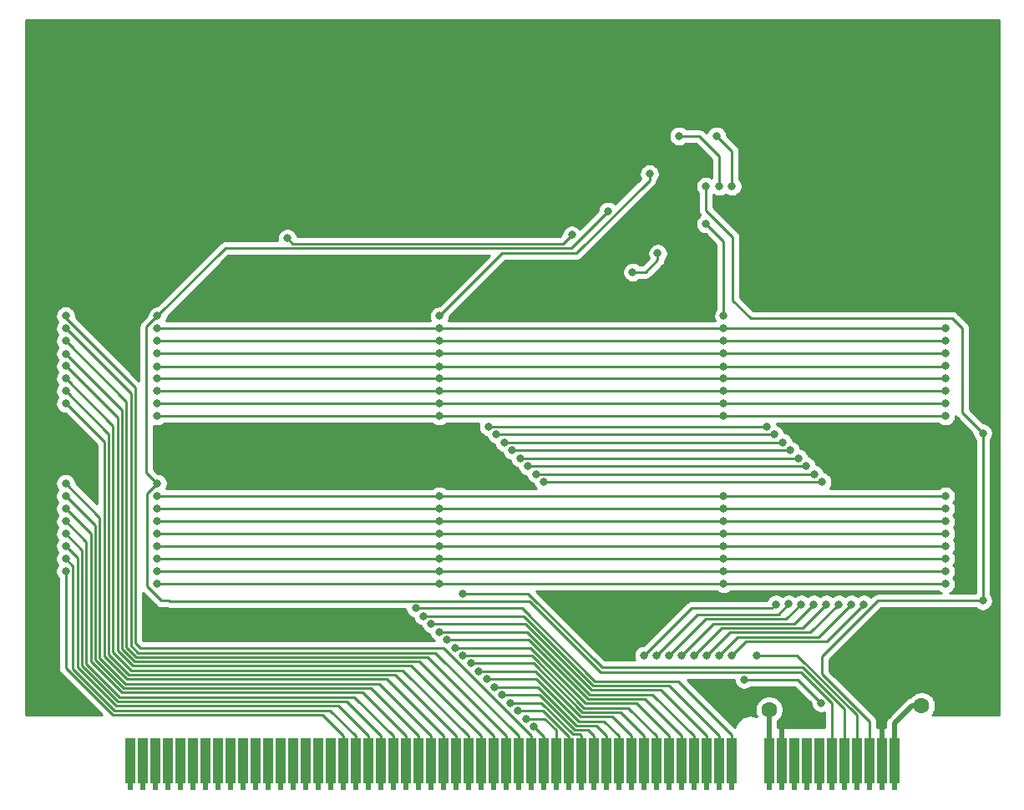
<source format=gbr>
G04 #@! TF.GenerationSoftware,KiCad,Pcbnew,(5.1.8)-1*
G04 #@! TF.CreationDate,2020-11-27T19:32:22-08:00*
G04 #@! TF.ProjectId,GPRModule,4750524d-6f64-4756-9c65-2e6b69636164,1.0*
G04 #@! TF.SameCoordinates,Original*
G04 #@! TF.FileFunction,Copper,L2,Bot*
G04 #@! TF.FilePolarity,Positive*
%FSLAX46Y46*%
G04 Gerber Fmt 4.6, Leading zero omitted, Abs format (unit mm)*
G04 Created by KiCad (PCBNEW (5.1.8)-1) date 2020-11-27 19:32:22*
%MOMM*%
%LPD*%
G01*
G04 APERTURE LIST*
G04 #@! TA.AperFunction,ConnectorPad*
%ADD10R,1.020000X4.570000*%
G04 #@! TD*
G04 #@! TA.AperFunction,ConnectorPad*
%ADD11R,0.510000X0.760000*%
G04 #@! TD*
G04 #@! TA.AperFunction,ViaPad*
%ADD12C,1.600000*%
G04 #@! TD*
G04 #@! TA.AperFunction,ViaPad*
%ADD13C,0.800000*%
G04 #@! TD*
G04 #@! TA.AperFunction,Conductor*
%ADD14C,0.500000*%
G04 #@! TD*
G04 #@! TA.AperFunction,Conductor*
%ADD15C,0.250000*%
G04 #@! TD*
G04 #@! TA.AperFunction,Conductor*
%ADD16C,0.254000*%
G04 #@! TD*
G04 #@! TA.AperFunction,Conductor*
%ADD17C,0.100000*%
G04 #@! TD*
G04 APERTURE END LIST*
D10*
X103070000Y-133270000D03*
X104340000Y-133270000D03*
X105600000Y-133270000D03*
X106880000Y-133270000D03*
X108150000Y-133270000D03*
X109420000Y-133270000D03*
X110690000Y-133270000D03*
X111960000Y-133270000D03*
X113230000Y-133270000D03*
X114500000Y-133270000D03*
X115770000Y-133270000D03*
X117030000Y-133270000D03*
X118310000Y-133270000D03*
X119580000Y-133270000D03*
X120850000Y-133270000D03*
X122120000Y-133270000D03*
X123390000Y-133270000D03*
X124660000Y-133270000D03*
X125920000Y-133270000D03*
X127200000Y-133270000D03*
X128460000Y-133270000D03*
X129740000Y-133270000D03*
X131010000Y-133270000D03*
X132280000Y-133270000D03*
X133550000Y-133270000D03*
X134820000Y-133270000D03*
X136090000Y-133270000D03*
X137360000Y-133270000D03*
X138630000Y-133270000D03*
X139900000Y-133270000D03*
X141170000Y-133270000D03*
X142440000Y-133270000D03*
X143710000Y-133270000D03*
X144980000Y-133270000D03*
X146250000Y-133270000D03*
X147520000Y-133270000D03*
X148790000Y-133270000D03*
X150060000Y-133270000D03*
X151330000Y-133270000D03*
X152600000Y-133270000D03*
X153870000Y-133270000D03*
X155140000Y-133270000D03*
X156410000Y-133270000D03*
X157680000Y-133270000D03*
X158950000Y-133270000D03*
X160220000Y-133270000D03*
X161490000Y-133270000D03*
X162760000Y-133270000D03*
X164030000Y-133270000D03*
X167840000Y-133270000D03*
X169110000Y-133270000D03*
X170380000Y-133270000D03*
X171650000Y-133270000D03*
X172920000Y-133270000D03*
X174190000Y-133270000D03*
X175460000Y-133270000D03*
X176730000Y-133270000D03*
X178000000Y-133270000D03*
X179270000Y-133270000D03*
X180530000Y-133270000D03*
D11*
X103070000Y-135930000D03*
X104340000Y-135930000D03*
X105600000Y-135930000D03*
X106880000Y-135930000D03*
X108150000Y-135930000D03*
X109420000Y-135930000D03*
X110690000Y-135930000D03*
X111960000Y-135930000D03*
X113230000Y-135930000D03*
X114500000Y-135930000D03*
X115770000Y-135930000D03*
X117030000Y-135930000D03*
X118310000Y-135930000D03*
X119580000Y-135930000D03*
X120850000Y-135930000D03*
X122120000Y-135930000D03*
X123390000Y-135930000D03*
X124660000Y-135930000D03*
X125920000Y-135930000D03*
X127200000Y-135930000D03*
X128460000Y-135930000D03*
X129740000Y-135930000D03*
X131010000Y-135930000D03*
X132280000Y-135930000D03*
X133550000Y-135930000D03*
X134820000Y-135930000D03*
X136090000Y-135930000D03*
X137360000Y-135930000D03*
X138630000Y-135930000D03*
X139900000Y-135930000D03*
X141170000Y-135930000D03*
X142440000Y-135930000D03*
X143710000Y-135930000D03*
X144980000Y-135930000D03*
X146250000Y-135930000D03*
X147520000Y-135930000D03*
X148790000Y-135930000D03*
X150060000Y-135930000D03*
X151330000Y-135930000D03*
X152600000Y-135930000D03*
X153870000Y-135930000D03*
X155140000Y-135930000D03*
X156410000Y-135930000D03*
X157680000Y-135930000D03*
X158950000Y-135930000D03*
X160220000Y-135930000D03*
X161490000Y-135930000D03*
X162760000Y-135930000D03*
X164030000Y-135930000D03*
X167840000Y-135930000D03*
X169110000Y-135930000D03*
X170380000Y-135930000D03*
X171650000Y-135930000D03*
X172920000Y-135930000D03*
X174190000Y-135930000D03*
X175460000Y-135930000D03*
X176730000Y-135930000D03*
X178000000Y-135930000D03*
X179270000Y-135930000D03*
X180530000Y-135930000D03*
D12*
X167830000Y-128090000D03*
X183300000Y-127700000D03*
D13*
X113750000Y-82550000D03*
X115750000Y-82550000D03*
X117750000Y-82550000D03*
X119750000Y-82550000D03*
X121750000Y-82550000D03*
X123750000Y-82550000D03*
X125750000Y-82550000D03*
X127750000Y-82550000D03*
X125750000Y-84550000D03*
X123750000Y-84550000D03*
X121750000Y-84550000D03*
X119750000Y-84550000D03*
X117750000Y-84550000D03*
X115750000Y-84550000D03*
X113750000Y-84550000D03*
X118250000Y-99800000D03*
X118250000Y-101800000D03*
X118250000Y-103800000D03*
X120250000Y-103800000D03*
X120250000Y-101800000D03*
X120250000Y-99800000D03*
X125500000Y-105300000D03*
X127500000Y-105300000D03*
X129500000Y-105300000D03*
X129250000Y-99800000D03*
X128000000Y-99800000D03*
X135750000Y-99800000D03*
X137750000Y-99800000D03*
X137750000Y-101800000D03*
X137750000Y-103800000D03*
X135750000Y-103800000D03*
X135750000Y-101800000D03*
X107500000Y-99800000D03*
X106000000Y-99800000D03*
X106000000Y-101800000D03*
X107500000Y-101800000D03*
X93000000Y-99800000D03*
X95000000Y-99800000D03*
X97000000Y-99800000D03*
X97000000Y-101800000D03*
X95000000Y-101800000D03*
X93000000Y-101800000D03*
X104750000Y-120550000D03*
X104750000Y-118550000D03*
X106750000Y-118550000D03*
X109000000Y-118550000D03*
X111250000Y-118550000D03*
X111250000Y-120550000D03*
X109000000Y-120550000D03*
X106750000Y-120550000D03*
X93000000Y-118550000D03*
X93000000Y-120550000D03*
X93000000Y-122550000D03*
X93000000Y-124550000D03*
X95000000Y-118550000D03*
X95000000Y-120550000D03*
X95000000Y-122550000D03*
X95000000Y-124550000D03*
X181500000Y-122550000D03*
X181500000Y-124550000D03*
X179500000Y-124550000D03*
X179500000Y-122550000D03*
X185500000Y-118550000D03*
X187500000Y-118550000D03*
X187500000Y-120550000D03*
X187500000Y-122550000D03*
X187500000Y-124550000D03*
X185500000Y-124550000D03*
X185500000Y-122550000D03*
X185500000Y-120550000D03*
X175500000Y-122550000D03*
X175500000Y-124550000D03*
X151500000Y-122550000D03*
X153000000Y-122550000D03*
X174750000Y-99800000D03*
X176750000Y-99800000D03*
X178750000Y-99800000D03*
X181000000Y-99800000D03*
X183250000Y-99800000D03*
X185250000Y-99800000D03*
X181000000Y-101800000D03*
X178750000Y-101800000D03*
X176750000Y-101800000D03*
X174750000Y-101800000D03*
X153750000Y-81550000D03*
X158750000Y-86550000D03*
X151750000Y-80300000D03*
X125750000Y-73300000D03*
X127750000Y-73300000D03*
X129750000Y-73300000D03*
X129750000Y-75300000D03*
X127750000Y-75300000D03*
X129750000Y-77300000D03*
X137000000Y-68300000D03*
X139000000Y-68300000D03*
X141000000Y-68300000D03*
X139000000Y-70050000D03*
X137000000Y-70050000D03*
X137000000Y-71800000D03*
X93000000Y-84550000D03*
X93000000Y-82550000D03*
X93000000Y-80550000D03*
X95000000Y-80550000D03*
X97000000Y-80550000D03*
X97000000Y-82550000D03*
X97000000Y-84550000D03*
X95000000Y-84550000D03*
X95000000Y-82550000D03*
X112250000Y-68300000D03*
X110250000Y-68300000D03*
X108250000Y-68300000D03*
X108250000Y-70050000D03*
X108250000Y-71800000D03*
X110250000Y-69800000D03*
X123000000Y-59300000D03*
X123000000Y-61300000D03*
X123000000Y-63300000D03*
X120750000Y-64800000D03*
X120750000Y-66800000D03*
X150500000Y-68300000D03*
X152500000Y-68300000D03*
X154500000Y-68300000D03*
X156500000Y-68300000D03*
X156500000Y-69800000D03*
X154500000Y-69800000D03*
X152500000Y-69800000D03*
X150500000Y-69800000D03*
X155500000Y-59300000D03*
X155500000Y-61300000D03*
X155500000Y-63300000D03*
X172500000Y-70050000D03*
X172500000Y-71800000D03*
X172500000Y-73800000D03*
X172500000Y-75800000D03*
X170500000Y-73800000D03*
X170500000Y-71800000D03*
X170500000Y-70050000D03*
X176750000Y-77550000D03*
X176750000Y-79800000D03*
X178750000Y-79800000D03*
X181000000Y-79800000D03*
X183250000Y-79800000D03*
X185250000Y-79800000D03*
X187250000Y-79800000D03*
X187250000Y-77550000D03*
X185250000Y-77550000D03*
X183250000Y-77550000D03*
X181000000Y-77550000D03*
X178750000Y-77550000D03*
X156750000Y-86550000D03*
X163500000Y-116800000D03*
X177500000Y-124550000D03*
X179500000Y-126500000D03*
X179500000Y-128500000D03*
X177500000Y-126500000D03*
X170500000Y-79800000D03*
X168500000Y-79800000D03*
X166500000Y-79800000D03*
X166500000Y-81800000D03*
X168500000Y-81800000D03*
X170500000Y-81800000D03*
X117750000Y-73300000D03*
X117750000Y-71300000D03*
X117750000Y-75300000D03*
X142250000Y-84550000D03*
X144250000Y-84550000D03*
X146250000Y-84550000D03*
X148250000Y-84550000D03*
X148250000Y-86550000D03*
X146250000Y-86550000D03*
X144250000Y-86550000D03*
X142250000Y-86550000D03*
X176750000Y-86550000D03*
X174750000Y-86550000D03*
X172750000Y-86550000D03*
X170750000Y-86550000D03*
X139400000Y-99400000D03*
X167600000Y-99400000D03*
X168400000Y-100200000D03*
X140200000Y-100200000D03*
X169200000Y-101000000D03*
X141000000Y-101000000D03*
X170000000Y-101800000D03*
X141800000Y-101800000D03*
X170800000Y-102600000D03*
X142600000Y-102600000D03*
X171600000Y-103400000D03*
X143400000Y-103400000D03*
X172400000Y-104200000D03*
X144200000Y-104200000D03*
X173200000Y-105000000D03*
X145000000Y-105000000D03*
X168540000Y-117400000D03*
X155140000Y-122600000D03*
X169810000Y-117390000D03*
X156410000Y-122590000D03*
X171080000Y-117400000D03*
X157680000Y-122600000D03*
X172350000Y-117400000D03*
X158950000Y-122600000D03*
X173620000Y-117400000D03*
X160220000Y-122600000D03*
X174890000Y-117400000D03*
X161490000Y-122600000D03*
X176160000Y-117400000D03*
X162760000Y-122600000D03*
X177430000Y-117400000D03*
X164030000Y-122600000D03*
X156540000Y-81820000D03*
X154000000Y-83740000D03*
X147835000Y-79965000D03*
X119000000Y-80300000D03*
X96535000Y-114055000D03*
X96535000Y-112780000D03*
X96535000Y-111505000D03*
X96535000Y-110255000D03*
X96535000Y-109005000D03*
X96535000Y-107705000D03*
X96535000Y-106430000D03*
X96535000Y-105155000D03*
X96535000Y-97055000D03*
X96535000Y-95780000D03*
X96535000Y-94505000D03*
X96535000Y-93255000D03*
X96535000Y-92005000D03*
X96535000Y-90705000D03*
X96535000Y-89430000D03*
X96535000Y-88155000D03*
X144000000Y-129800000D03*
X143200000Y-129000000D03*
X142400000Y-128200000D03*
X141600000Y-127400000D03*
X140800000Y-126600000D03*
X140000000Y-125800000D03*
X139200000Y-125000000D03*
X138400000Y-124200000D03*
X137600000Y-123400000D03*
X136800000Y-122600000D03*
X136000000Y-121800000D03*
X135200000Y-121000000D03*
X134400000Y-120200000D03*
X133600000Y-119400000D03*
X132800000Y-118600000D03*
X132000000Y-117800000D03*
X169300000Y-126300000D03*
X170300000Y-126300000D03*
X170300000Y-127300000D03*
X170300000Y-128300000D03*
X171300000Y-128300000D03*
X171300000Y-127300000D03*
X181500000Y-126500000D03*
X177750000Y-122500000D03*
X181500000Y-119250000D03*
X179500000Y-119250000D03*
X181500000Y-118250000D03*
X179500000Y-118250000D03*
X173100000Y-127400000D03*
X165300000Y-125025010D03*
X161425000Y-75025000D03*
X189500000Y-117050000D03*
X189500000Y-100050000D03*
X162500000Y-69930000D03*
X164080000Y-75020000D03*
X162770000Y-75020000D03*
X158700000Y-69930000D03*
X163225000Y-98325000D03*
X185700000Y-98325000D03*
X134425000Y-98325000D03*
X105825000Y-98325000D03*
X163225000Y-97050000D03*
X185700000Y-97050000D03*
X134425000Y-97050000D03*
X105825000Y-97050000D03*
X163225000Y-95775000D03*
X185700000Y-95775000D03*
X134425000Y-95775000D03*
X105825000Y-95775000D03*
X163225000Y-94525000D03*
X185700000Y-94475000D03*
X134425000Y-94525000D03*
X105825000Y-94525000D03*
X163225000Y-93275000D03*
X185700000Y-93225000D03*
X134425000Y-93275000D03*
X105825000Y-93275000D03*
X163225000Y-91975000D03*
X185700000Y-91975000D03*
X134425000Y-91975000D03*
X105825000Y-91975000D03*
X163225000Y-90700000D03*
X185700000Y-90700000D03*
X134425000Y-90700000D03*
X105825000Y-90700000D03*
X163225000Y-89425000D03*
X185700000Y-89425000D03*
X134425000Y-89425000D03*
X105825000Y-89425000D03*
X185700000Y-106450000D03*
X163225000Y-106425000D03*
X134425000Y-106425000D03*
X105825000Y-106425000D03*
X185700000Y-107725000D03*
X163225000Y-107700000D03*
X134425000Y-107700000D03*
X105825000Y-107700000D03*
X163225000Y-108975000D03*
X185700000Y-109000000D03*
X134425000Y-108975000D03*
X105825000Y-108975000D03*
X185700000Y-110250000D03*
X163225000Y-110275000D03*
X134425000Y-110275000D03*
X105825000Y-110275000D03*
X163225000Y-111525000D03*
X185700000Y-111500000D03*
X134425000Y-111525000D03*
X105825000Y-111525000D03*
X185700000Y-112800000D03*
X163225000Y-112775000D03*
X134425000Y-112775000D03*
X105825000Y-112775000D03*
X163225000Y-114050000D03*
X185700000Y-114075000D03*
X134425000Y-114050000D03*
X105825000Y-114050000D03*
X161430000Y-78850000D03*
X163230000Y-88160000D03*
X166575000Y-122600000D03*
X134430000Y-88170000D03*
X136750000Y-116300000D03*
X155710000Y-73760000D03*
X105820000Y-105150000D03*
X105830000Y-88170000D03*
X151500000Y-77550000D03*
X163225000Y-115325000D03*
X185700000Y-115350000D03*
X134425000Y-115325000D03*
X105825000Y-115325000D03*
D14*
X180500000Y-133240000D02*
X180530000Y-133270000D01*
D15*
X180530000Y-133270000D02*
X180530000Y-135930000D01*
X179270000Y-133270000D02*
X179270000Y-135930000D01*
X139400000Y-99400000D02*
X148400000Y-99400000D01*
X148400000Y-99400000D02*
X167400000Y-99400000D01*
X167400000Y-99400000D02*
X167600000Y-99400000D01*
X167600000Y-99400000D02*
X167600000Y-99400000D01*
X167600000Y-100200000D02*
X168400000Y-100200000D01*
X140200000Y-100200000D02*
X167600000Y-100200000D01*
X141000000Y-101000000D02*
X168126998Y-101000000D01*
X168126998Y-101000000D02*
X169200000Y-101000000D01*
X141800000Y-101800000D02*
X170000000Y-101800000D01*
X142600000Y-102600000D02*
X170800000Y-102600000D01*
X143400000Y-103400000D02*
X171600000Y-103400000D01*
X144200000Y-104200000D02*
X172400000Y-104200000D01*
X145000000Y-105000000D02*
X173200000Y-105000000D01*
X147835000Y-79965000D02*
X146950010Y-80849990D01*
X146950010Y-80849990D02*
X119549990Y-80849990D01*
X119549990Y-80849990D02*
X119000000Y-80300000D01*
X119000000Y-80300000D02*
X119000000Y-80300000D01*
X156540000Y-81820000D02*
X156540000Y-82510000D01*
X155310000Y-83740000D02*
X156540000Y-82510000D01*
X154000000Y-83740000D02*
X155310000Y-83740000D01*
X103070000Y-133270000D02*
X103070000Y-135930000D01*
X104340000Y-133270000D02*
X104340000Y-135930000D01*
X105600000Y-133270000D02*
X105600000Y-135930000D01*
X106880000Y-133270000D02*
X106880000Y-135930000D01*
X108150000Y-133270000D02*
X108150000Y-135930000D01*
X109420000Y-133270000D02*
X109420000Y-135930000D01*
X110690000Y-133270000D02*
X110690000Y-135930000D01*
X111960000Y-133270000D02*
X111960000Y-135930000D01*
X113230000Y-133270000D02*
X113230000Y-135930000D01*
X114500000Y-133270000D02*
X114500000Y-135930000D01*
X115770000Y-133270000D02*
X115770000Y-135930000D01*
X117030000Y-133270000D02*
X117030000Y-135930000D01*
X118310000Y-133270000D02*
X118310000Y-135930000D01*
X119580000Y-133270000D02*
X119580000Y-135930000D01*
X120850000Y-133270000D02*
X120850000Y-135930000D01*
X122120000Y-133270000D02*
X122120000Y-135930000D01*
X123390000Y-133270000D02*
X123390000Y-135930000D01*
X122535011Y-128610011D02*
X124660000Y-130735000D01*
X96535000Y-123875000D02*
X101270011Y-128610011D01*
X96535000Y-118255000D02*
X96535000Y-123875000D01*
X101270011Y-128610011D02*
X122535011Y-128610011D01*
X124660000Y-130735000D02*
X124660000Y-133270000D01*
X96535000Y-118255000D02*
X96535000Y-114055000D01*
X124660000Y-133270000D02*
X124660000Y-135930000D01*
X125920000Y-130735000D02*
X125920000Y-133270000D01*
X101456410Y-128160000D02*
X123345000Y-128160000D01*
X97279991Y-123983581D02*
X101456410Y-128160000D01*
X123345000Y-128160000D02*
X125920000Y-130735000D01*
X97279991Y-113524991D02*
X97279991Y-123983581D01*
X96535000Y-112780000D02*
X97279991Y-113524991D01*
X125920000Y-133270000D02*
X125920000Y-135930000D01*
X127200000Y-130735000D02*
X127200000Y-133270000D01*
X124174989Y-127709989D02*
X127200000Y-130735000D01*
X101642809Y-127709989D02*
X124174989Y-127709989D01*
X97730002Y-123797182D02*
X101642809Y-127709989D01*
X97730002Y-112700002D02*
X97730002Y-123797182D01*
X96535000Y-111505000D02*
X97730002Y-112700002D01*
X127200000Y-133270000D02*
X127200000Y-135930000D01*
X98180013Y-111900013D02*
X96535000Y-110255000D01*
X98180013Y-123610783D02*
X98180013Y-111900013D01*
X101829208Y-127259978D02*
X98180013Y-123610783D01*
X124984978Y-127259978D02*
X101829208Y-127259978D01*
X128460000Y-130735000D02*
X124984978Y-127259978D01*
X128460000Y-133270000D02*
X128460000Y-130735000D01*
X128460000Y-133270000D02*
X128460000Y-135930000D01*
X125814967Y-126809967D02*
X129740000Y-130735000D01*
X102015607Y-126809967D02*
X125814967Y-126809967D01*
X129740000Y-130735000D02*
X129740000Y-133270000D01*
X98630024Y-123424384D02*
X102015607Y-126809967D01*
X98630024Y-111100024D02*
X98630024Y-123424384D01*
X96535000Y-109005000D02*
X98630024Y-111100024D01*
X129740000Y-133270000D02*
X129740000Y-135930000D01*
X99080035Y-123237985D02*
X99080035Y-110250035D01*
X102202006Y-126359956D02*
X99080035Y-123237985D01*
X126634956Y-126359956D02*
X102202006Y-126359956D01*
X99080035Y-110250035D02*
X96535000Y-107705000D01*
X131010000Y-130735000D02*
X126634956Y-126359956D01*
X131010000Y-133270000D02*
X131010000Y-130735000D01*
X131010000Y-133270000D02*
X131010000Y-135930000D01*
X132280000Y-130735000D02*
X132280000Y-133270000D01*
X127454945Y-125909945D02*
X132280000Y-130735000D01*
X102389945Y-125909945D02*
X127454945Y-125909945D01*
X99530046Y-123050046D02*
X102389945Y-125909945D01*
X99530046Y-109425046D02*
X99530046Y-123050046D01*
X96535000Y-106430000D02*
X99530046Y-109425046D01*
X132280000Y-133270000D02*
X132280000Y-135930000D01*
X133550000Y-130735000D02*
X133550000Y-133270000D01*
X128274934Y-125459934D02*
X133550000Y-130735000D01*
X102576344Y-125459934D02*
X128274934Y-125459934D01*
X99980057Y-122863647D02*
X102576344Y-125459934D01*
X99980057Y-108600057D02*
X99980057Y-122863647D01*
X96535000Y-105155000D02*
X99980057Y-108600057D01*
X133550000Y-133270000D02*
X133550000Y-135930000D01*
X134820000Y-130735000D02*
X134820000Y-133270000D01*
X129094923Y-125009923D02*
X134820000Y-130735000D01*
X102762743Y-125009923D02*
X129094923Y-125009923D01*
X100430068Y-122677248D02*
X102762743Y-125009923D01*
X100430068Y-100950068D02*
X100430068Y-122677248D01*
X96535000Y-97055000D02*
X100430068Y-100950068D01*
X134820000Y-133270000D02*
X134820000Y-135930000D01*
X100880079Y-122490849D02*
X100880079Y-100125079D01*
X102949142Y-124559912D02*
X100880079Y-122490849D01*
X129914912Y-124559912D02*
X102949142Y-124559912D01*
X100880079Y-100125079D02*
X96535000Y-95780000D01*
X136090000Y-130735000D02*
X129914912Y-124559912D01*
X136090000Y-133270000D02*
X136090000Y-130735000D01*
X136090000Y-133270000D02*
X136090000Y-135930000D01*
X101330090Y-99300090D02*
X96535000Y-94505000D01*
X101330090Y-122300090D02*
X101330090Y-99300090D01*
X103139901Y-124109901D02*
X101330090Y-122300090D01*
X137360000Y-130750000D02*
X130719901Y-124109901D01*
X130719901Y-124109901D02*
X103139901Y-124109901D01*
X137360000Y-133270000D02*
X137360000Y-130750000D01*
X137360000Y-133270000D02*
X137360000Y-135930000D01*
X101780100Y-98500100D02*
X96535000Y-93255000D01*
X101780100Y-122113690D02*
X101780100Y-98500100D01*
X103326300Y-123659890D02*
X101780100Y-122113690D01*
X131554891Y-123659891D02*
X103326300Y-123659890D01*
X138630000Y-130735000D02*
X131554891Y-123659891D01*
X138630000Y-133270000D02*
X138630000Y-130735000D01*
X138630000Y-133270000D02*
X138630000Y-135930000D01*
X102230110Y-97700110D02*
X96535000Y-92005000D01*
X102230110Y-121927290D02*
X102230110Y-97700110D01*
X103512700Y-123209880D02*
X102230110Y-121927290D01*
X132374881Y-123209881D02*
X103512700Y-123209880D01*
X139900000Y-130735000D02*
X132374881Y-123209881D01*
X139900000Y-133270000D02*
X139900000Y-130735000D01*
X139900000Y-133270000D02*
X139900000Y-135930000D01*
X102680120Y-96850120D02*
X96535000Y-90705000D01*
X102680120Y-121740890D02*
X102680120Y-96850120D01*
X103699100Y-122759870D02*
X102680120Y-121740890D01*
X133194870Y-122759870D02*
X103699100Y-122759870D01*
X141170000Y-130735000D02*
X133194870Y-122759870D01*
X141170000Y-133270000D02*
X141170000Y-130735000D01*
X141170000Y-133270000D02*
X141170000Y-135930000D01*
X103130130Y-96025130D02*
X96535000Y-89430000D01*
X103130130Y-121554490D02*
X103130130Y-96025130D01*
X103885501Y-122309861D02*
X103130130Y-121554490D01*
X134014861Y-122309861D02*
X103885501Y-122309861D01*
X142440000Y-130735000D02*
X134014861Y-122309861D01*
X142440000Y-133270000D02*
X142440000Y-130735000D01*
X142440000Y-133270000D02*
X142440000Y-135930000D01*
X96535000Y-88356998D02*
X96535000Y-88155000D01*
X103580140Y-121360140D02*
X103580140Y-95402138D01*
X104079851Y-121859851D02*
X103580140Y-121360140D01*
X103580140Y-95402138D02*
X96535000Y-88356998D01*
X134834851Y-121859851D02*
X104079851Y-121859851D01*
X143710000Y-130735000D02*
X134834851Y-121859851D01*
X143710000Y-133270000D02*
X143710000Y-130735000D01*
X143710000Y-133270000D02*
X143710000Y-135930000D01*
X144980000Y-130780000D02*
X144980000Y-133270000D01*
X144000000Y-129800000D02*
X144980000Y-130780000D01*
X144980000Y-133270000D02*
X144980000Y-135930000D01*
X146250000Y-130159753D02*
X146250000Y-133270000D01*
X145090250Y-129000000D02*
X146250000Y-130159753D01*
X143200000Y-129000000D02*
X145090250Y-129000000D01*
X146250000Y-133270000D02*
X146250000Y-135930000D01*
X147520000Y-130793343D02*
X147520000Y-133270000D01*
X144926662Y-128200000D02*
X147520000Y-130793343D01*
X142400000Y-128200000D02*
X144926662Y-128200000D01*
X147520000Y-133270000D02*
X147520000Y-135930000D01*
X148790000Y-130735000D02*
X148790000Y-133270000D01*
X148655132Y-130600132D02*
X148790000Y-130735000D01*
X147963200Y-130600132D02*
X148655132Y-130600132D01*
X144763073Y-127400000D02*
X147963200Y-130600132D01*
X141600000Y-127400000D02*
X144763073Y-127400000D01*
X148790000Y-133270000D02*
X148790000Y-135930000D01*
X149475121Y-130150121D02*
X150060000Y-130735000D01*
X150060000Y-130735000D02*
X150060000Y-133270000D01*
X148149600Y-130150121D02*
X149475121Y-130150121D01*
X140800000Y-126600000D02*
X144599485Y-126600000D01*
X144599485Y-126600000D02*
X148149600Y-130150121D01*
X150060000Y-133270000D02*
X150060000Y-135930000D01*
X151330000Y-130735000D02*
X151330000Y-133270000D01*
X140000000Y-125800000D02*
X144435896Y-125800000D01*
X144435896Y-125800000D02*
X148336000Y-129700110D01*
X148336000Y-129700110D02*
X150295110Y-129700110D01*
X150295110Y-129700110D02*
X151330000Y-130735000D01*
X151330000Y-133270000D02*
X151330000Y-135930000D01*
X144272307Y-125000000D02*
X148522400Y-129250099D01*
X151115099Y-129250099D02*
X152600000Y-130735000D01*
X148522400Y-129250099D02*
X151115099Y-129250099D01*
X139200000Y-125000000D02*
X144272307Y-125000000D01*
X152600000Y-130735000D02*
X152600000Y-133270000D01*
X152600000Y-133270000D02*
X152600000Y-135930000D01*
X148708800Y-128800088D02*
X151935088Y-128800088D01*
X138400000Y-124200000D02*
X144108718Y-124200000D01*
X144108718Y-124200000D02*
X148708800Y-128800088D01*
X153870000Y-130735000D02*
X153870000Y-133270000D01*
X151935088Y-128800088D02*
X153870000Y-130735000D01*
X153870000Y-133270000D02*
X153870000Y-135930000D01*
X137600000Y-123400000D02*
X143945129Y-123400000D01*
X143945129Y-123400000D02*
X148895200Y-128350077D01*
X155140000Y-130735000D02*
X155140000Y-133270000D01*
X152755077Y-128350077D02*
X155140000Y-130735000D01*
X148895200Y-128350077D02*
X152755077Y-128350077D01*
X155140000Y-133270000D02*
X155140000Y-135930000D01*
X156410000Y-130735000D02*
X156410000Y-133270000D01*
X143781540Y-122600000D02*
X149081600Y-127900066D01*
X136800000Y-122600000D02*
X143781540Y-122600000D01*
X153575066Y-127900066D02*
X156410000Y-130735000D01*
X149081600Y-127900066D02*
X153575066Y-127900066D01*
X156410000Y-133270000D02*
X156410000Y-135930000D01*
X143617950Y-121800000D02*
X149268000Y-127450055D01*
X154395055Y-127450055D02*
X157680000Y-130735000D01*
X157680000Y-130735000D02*
X157680000Y-133270000D01*
X149268000Y-127450055D02*
X154395055Y-127450055D01*
X136000000Y-121800000D02*
X143617950Y-121800000D01*
X157680000Y-133270000D02*
X157680000Y-135930000D01*
X158950000Y-130735000D02*
X158950000Y-133270000D01*
X155215044Y-127000044D02*
X158950000Y-130735000D01*
X149454400Y-127000044D02*
X155215044Y-127000044D01*
X143454360Y-121000000D02*
X149454400Y-127000044D01*
X135200000Y-121000000D02*
X143454360Y-121000000D01*
X158950000Y-133270000D02*
X158950000Y-135930000D01*
X156035033Y-126550033D02*
X160220000Y-130735000D01*
X160220000Y-130735000D02*
X160220000Y-133270000D01*
X149640800Y-126550033D02*
X156035033Y-126550033D01*
X134400000Y-120200000D02*
X143290770Y-120200000D01*
X143290770Y-120200000D02*
X149640800Y-126550033D01*
X160220000Y-133270000D02*
X160220000Y-135930000D01*
X156855022Y-126100022D02*
X161490000Y-130735000D01*
X161490000Y-130735000D02*
X161490000Y-133270000D01*
X149827200Y-126100022D02*
X156855022Y-126100022D01*
X143127180Y-119400000D02*
X149827200Y-126100022D01*
X133600000Y-119400000D02*
X143127180Y-119400000D01*
X161490000Y-133270000D02*
X161490000Y-135930000D01*
X162760000Y-130735000D02*
X162760000Y-133270000D01*
X150013600Y-125650011D02*
X157675011Y-125650011D01*
X132800000Y-118600000D02*
X142963590Y-118600000D01*
X157675011Y-125650011D02*
X162760000Y-130735000D01*
X142963590Y-118600000D02*
X150013600Y-125650011D01*
X162760000Y-133270000D02*
X162760000Y-135930000D01*
X164030000Y-130630000D02*
X164030000Y-133270000D01*
X158600000Y-125200000D02*
X164030000Y-130630000D01*
X150200000Y-125200000D02*
X158600000Y-125200000D01*
X142800000Y-117800000D02*
X150200000Y-125200000D01*
X132000000Y-117800000D02*
X142800000Y-117800000D01*
X164030000Y-133270000D02*
X164030000Y-135930000D01*
X167840000Y-133270000D02*
X167840000Y-135930000D01*
D14*
X167840000Y-128100000D02*
X167830000Y-128090000D01*
X167840000Y-133270000D02*
X167840000Y-128100000D01*
X182332880Y-127700000D02*
X183300000Y-127700000D01*
X180530000Y-129502880D02*
X182332880Y-127700000D01*
X180530000Y-133270000D02*
X180530000Y-129502880D01*
D15*
X169110000Y-133270000D02*
X169110000Y-135930000D01*
D14*
X179270000Y-128730000D02*
X179500000Y-128500000D01*
X179270000Y-133270000D02*
X179270000Y-128730000D01*
X169110000Y-129490000D02*
X170300000Y-128300000D01*
X169110000Y-133270000D02*
X169110000Y-129490000D01*
D15*
X168140001Y-117799999D02*
X168540000Y-117400000D01*
X155140000Y-122600000D02*
X159940001Y-117799999D01*
X159940001Y-117799999D02*
X168140001Y-117799999D01*
X156410000Y-122590000D02*
X160550077Y-118449923D01*
X160550077Y-118449923D02*
X168750077Y-118449923D01*
X168750077Y-118449923D02*
X169810000Y-117390000D01*
X161380066Y-118899934D02*
X169580066Y-118899934D01*
X157680000Y-122600000D02*
X161380066Y-118899934D01*
X169580066Y-118899934D02*
X171080000Y-117400000D01*
X172350000Y-117400000D02*
X170400055Y-119349945D01*
X159349999Y-122200001D02*
X158950000Y-122600000D01*
X170400055Y-119349945D02*
X162200055Y-119349945D01*
X162200055Y-119349945D02*
X159349999Y-122200001D01*
X173620000Y-117400000D02*
X171220044Y-119799956D01*
X171220044Y-119799956D02*
X163020044Y-119799956D01*
X160619999Y-122200001D02*
X160220000Y-122600000D01*
X163020044Y-119799956D02*
X160619999Y-122200001D01*
X174890000Y-117400000D02*
X172040033Y-120249967D01*
X172040033Y-120249967D02*
X163840033Y-120249967D01*
X161889999Y-122200001D02*
X161490000Y-122600000D01*
X163840033Y-120249967D02*
X161889999Y-122200001D01*
X164660022Y-120699978D02*
X162760000Y-122600000D01*
X172860022Y-120699978D02*
X164660022Y-120699978D01*
X176160000Y-117400000D02*
X172860022Y-120699978D01*
X165480011Y-121149989D02*
X164030000Y-122600000D01*
X173680011Y-121149989D02*
X165480011Y-121149989D01*
X177430000Y-117400000D02*
X173680011Y-121149989D01*
X170725010Y-125025010D02*
X173100000Y-127400000D01*
X165300000Y-125025010D02*
X170725010Y-125025010D01*
X170380000Y-133270000D02*
X170380000Y-135930000D01*
X171650000Y-133270000D02*
X171650000Y-135930000D01*
X172920000Y-133270000D02*
X172920000Y-135930000D01*
X189500000Y-117050000D02*
X189500000Y-100050000D01*
X161425000Y-75025000D02*
X161425000Y-77475000D01*
X161425000Y-77475000D02*
X164170000Y-80220000D01*
X164170000Y-80220000D02*
X164170000Y-86580000D01*
X164170000Y-86580000D02*
X165970000Y-88380000D01*
X165970000Y-88380000D02*
X186360000Y-88380000D01*
X186360000Y-88380000D02*
X187400000Y-89420000D01*
X187400000Y-97950000D02*
X189500000Y-100050000D01*
X187400000Y-89420000D02*
X187400000Y-97950000D01*
X178000000Y-133270000D02*
X177750000Y-133020000D01*
X178000000Y-133270000D02*
X178000000Y-135930000D01*
X188934315Y-117050000D02*
X189500000Y-117050000D01*
X178853002Y-117050000D02*
X188934315Y-117050000D01*
X173200000Y-122703002D02*
X178853002Y-117050000D01*
X173200000Y-124490768D02*
X173200000Y-122703002D01*
X178000000Y-129290768D02*
X173200000Y-124490768D01*
X178000000Y-133270000D02*
X178000000Y-129290768D01*
X164080000Y-71480000D02*
X164080000Y-75020000D01*
X164050000Y-71480000D02*
X162500000Y-69930000D01*
X164080000Y-71480000D02*
X164050000Y-71480000D01*
X162770000Y-75020000D02*
X162770000Y-71970000D01*
X160730000Y-69930000D02*
X158700000Y-69930000D01*
X162770000Y-71970000D02*
X160730000Y-69930000D01*
X105825000Y-98325000D02*
X163225000Y-98325000D01*
X163225000Y-98325000D02*
X185700000Y-98325000D01*
X105825000Y-97050000D02*
X163225000Y-97050000D01*
X163225000Y-97050000D02*
X185700000Y-97050000D01*
X134223002Y-95775000D02*
X163225000Y-95775000D01*
X105825000Y-95775000D02*
X134223002Y-95775000D01*
X163225000Y-95775000D02*
X185700000Y-95775000D01*
X105825000Y-94525000D02*
X163225000Y-94525000D01*
X185650000Y-94525000D02*
X185700000Y-94475000D01*
X163225000Y-94525000D02*
X185650000Y-94525000D01*
X105825000Y-93275000D02*
X163225000Y-93275000D01*
X185650000Y-93275000D02*
X185700000Y-93225000D01*
X163225000Y-93275000D02*
X185650000Y-93275000D01*
X134198002Y-91975000D02*
X163225000Y-91975000D01*
X105825000Y-91975000D02*
X134198002Y-91975000D01*
X163225000Y-91975000D02*
X185700000Y-91975000D01*
X105825000Y-90700000D02*
X185700000Y-90700000D01*
X163023002Y-89425000D02*
X185700000Y-89425000D01*
X105825000Y-89425000D02*
X163023002Y-89425000D01*
X105825000Y-106425000D02*
X163225000Y-106425000D01*
X185675000Y-106425000D02*
X185700000Y-106450000D01*
X163225000Y-106425000D02*
X185675000Y-106425000D01*
X105825000Y-107700000D02*
X163225000Y-107700000D01*
X185675000Y-107700000D02*
X185700000Y-107725000D01*
X163225000Y-107700000D02*
X185675000Y-107700000D01*
X105825000Y-108975000D02*
X163225000Y-108975000D01*
X185675000Y-108975000D02*
X185700000Y-109000000D01*
X163225000Y-108975000D02*
X185675000Y-108975000D01*
X105825000Y-110275000D02*
X163225000Y-110275000D01*
X185675000Y-110275000D02*
X185700000Y-110250000D01*
X163225000Y-110275000D02*
X185675000Y-110275000D01*
X105825000Y-111525000D02*
X163225000Y-111525000D01*
X185675000Y-111525000D02*
X185700000Y-111500000D01*
X163225000Y-111525000D02*
X185675000Y-111525000D01*
X105825000Y-112775000D02*
X163225000Y-112775000D01*
X185675000Y-112775000D02*
X185700000Y-112800000D01*
X163225000Y-112775000D02*
X185675000Y-112775000D01*
X105825000Y-114050000D02*
X163225000Y-114050000D01*
X185675000Y-114050000D02*
X185700000Y-114075000D01*
X163225000Y-114050000D02*
X185675000Y-114050000D01*
X163230000Y-80650000D02*
X161430000Y-78850000D01*
X163230000Y-88160000D02*
X163230000Y-80650000D01*
X176730000Y-133270000D02*
X176730000Y-135930000D01*
X176730000Y-133270000D02*
X176730000Y-128657178D01*
X176730000Y-128657178D02*
X170672822Y-122600000D01*
X170672822Y-122600000D02*
X166575000Y-122600000D01*
X136750000Y-116300000D02*
X136750000Y-116300000D01*
X148323002Y-81800000D02*
X140800000Y-81800000D01*
X155710000Y-74413002D02*
X148323002Y-81800000D01*
X140800000Y-81800000D02*
X134430000Y-88170000D01*
X155710000Y-73760000D02*
X155710000Y-74413002D01*
X175460000Y-133270000D02*
X175460000Y-135930000D01*
X175460000Y-133270000D02*
X175460000Y-128023589D01*
X175460000Y-128023589D02*
X171236411Y-123800000D01*
X171236411Y-123800000D02*
X150886410Y-123800000D01*
X150886410Y-123800000D02*
X143386410Y-116300000D01*
X143386410Y-116300000D02*
X137315685Y-116300000D01*
X137315685Y-116300000D02*
X136750000Y-116300000D01*
X112700000Y-81300000D02*
X105830000Y-88170000D01*
X147750000Y-81300000D02*
X112700000Y-81300000D01*
X151500000Y-77550000D02*
X147750000Y-81300000D01*
X104730000Y-89270000D02*
X105830000Y-88170000D01*
X104730000Y-104060000D02*
X104730000Y-89270000D01*
X104730000Y-104060000D02*
X105820000Y-105150000D01*
X174190000Y-133270000D02*
X174190000Y-135930000D01*
X104750000Y-106220000D02*
X105820000Y-105150000D01*
X171100000Y-124300000D02*
X150750000Y-124300000D01*
X104750000Y-115550000D02*
X104750000Y-106220000D01*
X106250000Y-117050000D02*
X104750000Y-115550000D01*
X107000000Y-117050000D02*
X106250000Y-117050000D01*
X107024999Y-117074999D02*
X107000000Y-117050000D01*
X143524999Y-117074999D02*
X107024999Y-117074999D01*
X174190000Y-127390000D02*
X171100000Y-124300000D01*
X150750000Y-124300000D02*
X143524999Y-117074999D01*
X174190000Y-133270000D02*
X174190000Y-127390000D01*
X105825000Y-115325000D02*
X163225000Y-115325000D01*
X185675000Y-115325000D02*
X185700000Y-115350000D01*
X163225000Y-115325000D02*
X185675000Y-115325000D01*
D16*
X164265000Y-125126949D02*
X164304774Y-125326908D01*
X164382795Y-125515266D01*
X164496063Y-125684784D01*
X164640226Y-125828947D01*
X164809744Y-125942215D01*
X164998102Y-126020236D01*
X165198061Y-126060010D01*
X165401939Y-126060010D01*
X165601898Y-126020236D01*
X165790256Y-125942215D01*
X165959774Y-125828947D01*
X166003711Y-125785010D01*
X170410209Y-125785010D01*
X172065000Y-127439802D01*
X172065000Y-127501939D01*
X172104774Y-127701898D01*
X172182795Y-127890256D01*
X172296063Y-128059774D01*
X172440226Y-128203937D01*
X172609744Y-128317205D01*
X172798102Y-128395226D01*
X172998061Y-128435000D01*
X173201939Y-128435000D01*
X173401898Y-128395226D01*
X173430001Y-128383585D01*
X173430000Y-129923000D01*
X168725000Y-129923000D01*
X168725000Y-129217840D01*
X168744759Y-129204637D01*
X168944637Y-129004759D01*
X169101680Y-128769727D01*
X169209853Y-128508574D01*
X169265000Y-128231335D01*
X169265000Y-127948665D01*
X169209853Y-127671426D01*
X169101680Y-127410273D01*
X168944637Y-127175241D01*
X168744759Y-126975363D01*
X168509727Y-126818320D01*
X168248574Y-126710147D01*
X167971335Y-126655000D01*
X167688665Y-126655000D01*
X167411426Y-126710147D01*
X167150273Y-126818320D01*
X166915241Y-126975363D01*
X166715363Y-127175241D01*
X166558320Y-127410273D01*
X166450147Y-127671426D01*
X166395000Y-127948665D01*
X166395000Y-128231335D01*
X166450147Y-128508574D01*
X166557174Y-128766961D01*
X166509677Y-128746995D01*
X166500521Y-128744231D01*
X166317041Y-128690229D01*
X166256073Y-128678599D01*
X166195233Y-128666110D01*
X166185715Y-128665177D01*
X165995239Y-128647843D01*
X165933158Y-128648277D01*
X165871076Y-128647843D01*
X165861557Y-128648776D01*
X165671343Y-128668768D01*
X165610513Y-128681255D01*
X165549540Y-128692886D01*
X165540384Y-128695650D01*
X165357675Y-128752208D01*
X165300457Y-128776260D01*
X165242878Y-128799524D01*
X165234433Y-128804014D01*
X165066189Y-128894983D01*
X165014705Y-128929710D01*
X164962768Y-128963697D01*
X164955356Y-128969741D01*
X164807986Y-129091656D01*
X164764222Y-129135726D01*
X164719881Y-129179148D01*
X164713785Y-129186517D01*
X164592901Y-129334735D01*
X164558545Y-129386445D01*
X164523467Y-129437676D01*
X164518917Y-129446089D01*
X164429125Y-129614964D01*
X164405466Y-129672367D01*
X164381010Y-129729427D01*
X164378181Y-129738564D01*
X164339960Y-129865158D01*
X159534801Y-125060000D01*
X164265000Y-125060000D01*
X164265000Y-125126949D01*
G04 #@! TA.AperFunction,Conductor*
D17*
G36*
X164265000Y-125126949D02*
G01*
X164304774Y-125326908D01*
X164382795Y-125515266D01*
X164496063Y-125684784D01*
X164640226Y-125828947D01*
X164809744Y-125942215D01*
X164998102Y-126020236D01*
X165198061Y-126060010D01*
X165401939Y-126060010D01*
X165601898Y-126020236D01*
X165790256Y-125942215D01*
X165959774Y-125828947D01*
X166003711Y-125785010D01*
X170410209Y-125785010D01*
X172065000Y-127439802D01*
X172065000Y-127501939D01*
X172104774Y-127701898D01*
X172182795Y-127890256D01*
X172296063Y-128059774D01*
X172440226Y-128203937D01*
X172609744Y-128317205D01*
X172798102Y-128395226D01*
X172998061Y-128435000D01*
X173201939Y-128435000D01*
X173401898Y-128395226D01*
X173430001Y-128383585D01*
X173430000Y-129923000D01*
X168725000Y-129923000D01*
X168725000Y-129217840D01*
X168744759Y-129204637D01*
X168944637Y-129004759D01*
X169101680Y-128769727D01*
X169209853Y-128508574D01*
X169265000Y-128231335D01*
X169265000Y-127948665D01*
X169209853Y-127671426D01*
X169101680Y-127410273D01*
X168944637Y-127175241D01*
X168744759Y-126975363D01*
X168509727Y-126818320D01*
X168248574Y-126710147D01*
X167971335Y-126655000D01*
X167688665Y-126655000D01*
X167411426Y-126710147D01*
X167150273Y-126818320D01*
X166915241Y-126975363D01*
X166715363Y-127175241D01*
X166558320Y-127410273D01*
X166450147Y-127671426D01*
X166395000Y-127948665D01*
X166395000Y-128231335D01*
X166450147Y-128508574D01*
X166557174Y-128766961D01*
X166509677Y-128746995D01*
X166500521Y-128744231D01*
X166317041Y-128690229D01*
X166256073Y-128678599D01*
X166195233Y-128666110D01*
X166185715Y-128665177D01*
X165995239Y-128647843D01*
X165933158Y-128648277D01*
X165871076Y-128647843D01*
X165861557Y-128648776D01*
X165671343Y-128668768D01*
X165610513Y-128681255D01*
X165549540Y-128692886D01*
X165540384Y-128695650D01*
X165357675Y-128752208D01*
X165300457Y-128776260D01*
X165242878Y-128799524D01*
X165234433Y-128804014D01*
X165066189Y-128894983D01*
X165014705Y-128929710D01*
X164962768Y-128963697D01*
X164955356Y-128969741D01*
X164807986Y-129091656D01*
X164764222Y-129135726D01*
X164719881Y-129179148D01*
X164713785Y-129186517D01*
X164592901Y-129334735D01*
X164558545Y-129386445D01*
X164523467Y-129437676D01*
X164518917Y-129446089D01*
X164429125Y-129614964D01*
X164405466Y-129672367D01*
X164381010Y-129729427D01*
X164378181Y-129738564D01*
X164339960Y-129865158D01*
X159534801Y-125060000D01*
X164265000Y-125060000D01*
X164265000Y-125126949D01*
G37*
G04 #@! TD.AperFunction*
D16*
X191095191Y-128645000D02*
X184384396Y-128645000D01*
X184414637Y-128614759D01*
X184571680Y-128379727D01*
X184679853Y-128118574D01*
X184735000Y-127841335D01*
X184735000Y-127558665D01*
X184679853Y-127281426D01*
X184571680Y-127020273D01*
X184414637Y-126785241D01*
X184214759Y-126585363D01*
X183979727Y-126428320D01*
X183718574Y-126320147D01*
X183441335Y-126265000D01*
X183158665Y-126265000D01*
X182881426Y-126320147D01*
X182620273Y-126428320D01*
X182385241Y-126585363D01*
X182185363Y-126785241D01*
X182156295Y-126828744D01*
X181992567Y-126878411D01*
X181838821Y-126960589D01*
X181838819Y-126960590D01*
X181838820Y-126960590D01*
X181737833Y-127043468D01*
X181737831Y-127043470D01*
X181704063Y-127071183D01*
X181676350Y-127104951D01*
X179934951Y-128846351D01*
X179901184Y-128874063D01*
X179873471Y-128907831D01*
X179873468Y-128907834D01*
X179790590Y-129008821D01*
X179708412Y-129162567D01*
X179657805Y-129329390D01*
X179640719Y-129502880D01*
X179645001Y-129546359D01*
X179645001Y-129923000D01*
X178760000Y-129923000D01*
X178760000Y-129328090D01*
X178763676Y-129290767D01*
X178760000Y-129253444D01*
X178760000Y-129253435D01*
X178749003Y-129141782D01*
X178705546Y-128998521D01*
X178698346Y-128985051D01*
X178634974Y-128866491D01*
X178563799Y-128779765D01*
X178540001Y-128750767D01*
X178511003Y-128726969D01*
X173960000Y-124175967D01*
X173960000Y-123017803D01*
X179167804Y-117810000D01*
X188796289Y-117810000D01*
X188840226Y-117853937D01*
X189009744Y-117967205D01*
X189198102Y-118045226D01*
X189398061Y-118085000D01*
X189601939Y-118085000D01*
X189801898Y-118045226D01*
X189990256Y-117967205D01*
X190159774Y-117853937D01*
X190303937Y-117709774D01*
X190417205Y-117540256D01*
X190495226Y-117351898D01*
X190535000Y-117151939D01*
X190535000Y-116948061D01*
X190495226Y-116748102D01*
X190417205Y-116559744D01*
X190303937Y-116390226D01*
X190260000Y-116346289D01*
X190260000Y-100753711D01*
X190303937Y-100709774D01*
X190417205Y-100540256D01*
X190495226Y-100351898D01*
X190535000Y-100151939D01*
X190535000Y-99948061D01*
X190495226Y-99748102D01*
X190417205Y-99559744D01*
X190303937Y-99390226D01*
X190159774Y-99246063D01*
X189990256Y-99132795D01*
X189801898Y-99054774D01*
X189601939Y-99015000D01*
X189539803Y-99015000D01*
X188160000Y-97635199D01*
X188160000Y-89457322D01*
X188163676Y-89419999D01*
X188160000Y-89382676D01*
X188160000Y-89382667D01*
X188149003Y-89271014D01*
X188105546Y-89127753D01*
X188070691Y-89062544D01*
X188034974Y-88995723D01*
X187963799Y-88908997D01*
X187940001Y-88879999D01*
X187911004Y-88856202D01*
X186923804Y-87869002D01*
X186900001Y-87839999D01*
X186784276Y-87745026D01*
X186652247Y-87674454D01*
X186508986Y-87630997D01*
X186397333Y-87620000D01*
X186397322Y-87620000D01*
X186360000Y-87616324D01*
X186322678Y-87620000D01*
X166284803Y-87620000D01*
X164930000Y-86265199D01*
X164930000Y-80257322D01*
X164933676Y-80219999D01*
X164930000Y-80182676D01*
X164930000Y-80182667D01*
X164919003Y-80071014D01*
X164875546Y-79927753D01*
X164804974Y-79795724D01*
X164710001Y-79679999D01*
X164681004Y-79656202D01*
X162185000Y-77160199D01*
X162185000Y-75873899D01*
X162279744Y-75937205D01*
X162468102Y-76015226D01*
X162668061Y-76055000D01*
X162871939Y-76055000D01*
X163071898Y-76015226D01*
X163260256Y-75937205D01*
X163425000Y-75827127D01*
X163589744Y-75937205D01*
X163778102Y-76015226D01*
X163978061Y-76055000D01*
X164181939Y-76055000D01*
X164381898Y-76015226D01*
X164570256Y-75937205D01*
X164739774Y-75823937D01*
X164883937Y-75679774D01*
X164997205Y-75510256D01*
X165075226Y-75321898D01*
X165115000Y-75121939D01*
X165115000Y-74918061D01*
X165075226Y-74718102D01*
X164997205Y-74529744D01*
X164883937Y-74360226D01*
X164840000Y-74316289D01*
X164840000Y-71517333D01*
X164843677Y-71480000D01*
X164829003Y-71331014D01*
X164785546Y-71187753D01*
X164714974Y-71055724D01*
X164620001Y-70939999D01*
X164504276Y-70845026D01*
X164473237Y-70828435D01*
X163535000Y-69890199D01*
X163535000Y-69828061D01*
X163495226Y-69628102D01*
X163417205Y-69439744D01*
X163303937Y-69270226D01*
X163159774Y-69126063D01*
X162990256Y-69012795D01*
X162801898Y-68934774D01*
X162601939Y-68895000D01*
X162398061Y-68895000D01*
X162198102Y-68934774D01*
X162009744Y-69012795D01*
X161840226Y-69126063D01*
X161696063Y-69270226D01*
X161582795Y-69439744D01*
X161504774Y-69628102D01*
X161504464Y-69629662D01*
X161293804Y-69419003D01*
X161270001Y-69389999D01*
X161154276Y-69295026D01*
X161022247Y-69224454D01*
X160878986Y-69180997D01*
X160767333Y-69170000D01*
X160767322Y-69170000D01*
X160730000Y-69166324D01*
X160692678Y-69170000D01*
X159403711Y-69170000D01*
X159359774Y-69126063D01*
X159190256Y-69012795D01*
X159001898Y-68934774D01*
X158801939Y-68895000D01*
X158598061Y-68895000D01*
X158398102Y-68934774D01*
X158209744Y-69012795D01*
X158040226Y-69126063D01*
X157896063Y-69270226D01*
X157782795Y-69439744D01*
X157704774Y-69628102D01*
X157665000Y-69828061D01*
X157665000Y-70031939D01*
X157704774Y-70231898D01*
X157782795Y-70420256D01*
X157896063Y-70589774D01*
X158040226Y-70733937D01*
X158209744Y-70847205D01*
X158398102Y-70925226D01*
X158598061Y-70965000D01*
X158801939Y-70965000D01*
X159001898Y-70925226D01*
X159190256Y-70847205D01*
X159359774Y-70733937D01*
X159403711Y-70690000D01*
X160415199Y-70690000D01*
X162010001Y-72284803D01*
X162010000Y-74171101D01*
X161915256Y-74107795D01*
X161726898Y-74029774D01*
X161526939Y-73990000D01*
X161323061Y-73990000D01*
X161123102Y-74029774D01*
X160934744Y-74107795D01*
X160765226Y-74221063D01*
X160621063Y-74365226D01*
X160507795Y-74534744D01*
X160429774Y-74723102D01*
X160390000Y-74923061D01*
X160390000Y-75126939D01*
X160429774Y-75326898D01*
X160507795Y-75515256D01*
X160621063Y-75684774D01*
X160665000Y-75728711D01*
X160665001Y-77437668D01*
X160661324Y-77475000D01*
X160675998Y-77623985D01*
X160719454Y-77767246D01*
X160790026Y-77899276D01*
X160817535Y-77932795D01*
X160860816Y-77985533D01*
X160770226Y-78046063D01*
X160626063Y-78190226D01*
X160512795Y-78359744D01*
X160434774Y-78548102D01*
X160395000Y-78748061D01*
X160395000Y-78951939D01*
X160434774Y-79151898D01*
X160512795Y-79340256D01*
X160626063Y-79509774D01*
X160770226Y-79653937D01*
X160939744Y-79767205D01*
X161128102Y-79845226D01*
X161328061Y-79885000D01*
X161390198Y-79885000D01*
X162470001Y-80964804D01*
X162470000Y-87456289D01*
X162426063Y-87500226D01*
X162312795Y-87669744D01*
X162234774Y-87858102D01*
X162195000Y-88058061D01*
X162195000Y-88261939D01*
X162234774Y-88461898D01*
X162312795Y-88650256D01*
X162322647Y-88665000D01*
X135344035Y-88665000D01*
X135347205Y-88660256D01*
X135425226Y-88471898D01*
X135465000Y-88271939D01*
X135465000Y-88209801D01*
X140036741Y-83638061D01*
X152965000Y-83638061D01*
X152965000Y-83841939D01*
X153004774Y-84041898D01*
X153082795Y-84230256D01*
X153196063Y-84399774D01*
X153340226Y-84543937D01*
X153509744Y-84657205D01*
X153698102Y-84735226D01*
X153898061Y-84775000D01*
X154101939Y-84775000D01*
X154301898Y-84735226D01*
X154490256Y-84657205D01*
X154659774Y-84543937D01*
X154703711Y-84500000D01*
X155272678Y-84500000D01*
X155310000Y-84503676D01*
X155347322Y-84500000D01*
X155347333Y-84500000D01*
X155458986Y-84489003D01*
X155602247Y-84445546D01*
X155734276Y-84374974D01*
X155850001Y-84280001D01*
X155873804Y-84250997D01*
X157051003Y-83073799D01*
X157080001Y-83050001D01*
X157174974Y-82934276D01*
X157245546Y-82802247D01*
X157289003Y-82658986D01*
X157300000Y-82547333D01*
X157300000Y-82547325D01*
X157302580Y-82521131D01*
X157343937Y-82479774D01*
X157457205Y-82310256D01*
X157535226Y-82121898D01*
X157575000Y-81921939D01*
X157575000Y-81718061D01*
X157535226Y-81518102D01*
X157457205Y-81329744D01*
X157343937Y-81160226D01*
X157199774Y-81016063D01*
X157030256Y-80902795D01*
X156841898Y-80824774D01*
X156641939Y-80785000D01*
X156438061Y-80785000D01*
X156238102Y-80824774D01*
X156049744Y-80902795D01*
X155880226Y-81016063D01*
X155736063Y-81160226D01*
X155622795Y-81329744D01*
X155544774Y-81518102D01*
X155505000Y-81718061D01*
X155505000Y-81921939D01*
X155544774Y-82121898D01*
X155622795Y-82310256D01*
X155639677Y-82335521D01*
X154995199Y-82980000D01*
X154703711Y-82980000D01*
X154659774Y-82936063D01*
X154490256Y-82822795D01*
X154301898Y-82744774D01*
X154101939Y-82705000D01*
X153898061Y-82705000D01*
X153698102Y-82744774D01*
X153509744Y-82822795D01*
X153340226Y-82936063D01*
X153196063Y-83080226D01*
X153082795Y-83249744D01*
X153004774Y-83438102D01*
X152965000Y-83638061D01*
X140036741Y-83638061D01*
X141114803Y-82560000D01*
X148285680Y-82560000D01*
X148323002Y-82563676D01*
X148360324Y-82560000D01*
X148360335Y-82560000D01*
X148471988Y-82549003D01*
X148615249Y-82505546D01*
X148747278Y-82434974D01*
X148863003Y-82340001D01*
X148886806Y-82310997D01*
X156221003Y-74976801D01*
X156250001Y-74953003D01*
X156344974Y-74837278D01*
X156415546Y-74705249D01*
X156459003Y-74561988D01*
X156468539Y-74465172D01*
X156513937Y-74419774D01*
X156627205Y-74250256D01*
X156705226Y-74061898D01*
X156745000Y-73861939D01*
X156745000Y-73658061D01*
X156705226Y-73458102D01*
X156627205Y-73269744D01*
X156513937Y-73100226D01*
X156369774Y-72956063D01*
X156200256Y-72842795D01*
X156011898Y-72764774D01*
X155811939Y-72725000D01*
X155608061Y-72725000D01*
X155408102Y-72764774D01*
X155219744Y-72842795D01*
X155050226Y-72956063D01*
X154906063Y-73100226D01*
X154792795Y-73269744D01*
X154714774Y-73458102D01*
X154675000Y-73658061D01*
X154675000Y-73861939D01*
X154714774Y-74061898D01*
X154792795Y-74250256D01*
X154794857Y-74253343D01*
X152230956Y-76817245D01*
X152159774Y-76746063D01*
X151990256Y-76632795D01*
X151801898Y-76554774D01*
X151601939Y-76515000D01*
X151398061Y-76515000D01*
X151198102Y-76554774D01*
X151009744Y-76632795D01*
X150840226Y-76746063D01*
X150696063Y-76890226D01*
X150582795Y-77059744D01*
X150504774Y-77248102D01*
X150465000Y-77448061D01*
X150465000Y-77510198D01*
X148651368Y-79323831D01*
X148638937Y-79305226D01*
X148494774Y-79161063D01*
X148325256Y-79047795D01*
X148136898Y-78969774D01*
X147936939Y-78930000D01*
X147733061Y-78930000D01*
X147533102Y-78969774D01*
X147344744Y-79047795D01*
X147175226Y-79161063D01*
X147031063Y-79305226D01*
X146917795Y-79474744D01*
X146839774Y-79663102D01*
X146800000Y-79863061D01*
X146800000Y-79925199D01*
X146635209Y-80089990D01*
X120013504Y-80089990D01*
X119995226Y-79998102D01*
X119917205Y-79809744D01*
X119803937Y-79640226D01*
X119659774Y-79496063D01*
X119490256Y-79382795D01*
X119301898Y-79304774D01*
X119101939Y-79265000D01*
X118898061Y-79265000D01*
X118698102Y-79304774D01*
X118509744Y-79382795D01*
X118340226Y-79496063D01*
X118196063Y-79640226D01*
X118082795Y-79809744D01*
X118004774Y-79998102D01*
X117965000Y-80198061D01*
X117965000Y-80401939D01*
X117992462Y-80540000D01*
X112737322Y-80540000D01*
X112699999Y-80536324D01*
X112662676Y-80540000D01*
X112662667Y-80540000D01*
X112551014Y-80550997D01*
X112407753Y-80594454D01*
X112275724Y-80665026D01*
X112159999Y-80759999D01*
X112136201Y-80788997D01*
X105790199Y-87135000D01*
X105728061Y-87135000D01*
X105528102Y-87174774D01*
X105339744Y-87252795D01*
X105170226Y-87366063D01*
X105026063Y-87510226D01*
X104912795Y-87679744D01*
X104834774Y-87868102D01*
X104795000Y-88068061D01*
X104795000Y-88130198D01*
X104218998Y-88706201D01*
X104190000Y-88729999D01*
X104166202Y-88758997D01*
X104166201Y-88758998D01*
X104095026Y-88845724D01*
X104024454Y-88977754D01*
X104013164Y-89014974D01*
X103980998Y-89121014D01*
X103974203Y-89190000D01*
X103966324Y-89270000D01*
X103970001Y-89307332D01*
X103970001Y-94717197D01*
X97560003Y-88307200D01*
X97570000Y-88256939D01*
X97570000Y-88053061D01*
X97530226Y-87853102D01*
X97452205Y-87664744D01*
X97338937Y-87495226D01*
X97194774Y-87351063D01*
X97025256Y-87237795D01*
X96836898Y-87159774D01*
X96636939Y-87120000D01*
X96433061Y-87120000D01*
X96233102Y-87159774D01*
X96044744Y-87237795D01*
X95875226Y-87351063D01*
X95731063Y-87495226D01*
X95617795Y-87664744D01*
X95539774Y-87853102D01*
X95500000Y-88053061D01*
X95500000Y-88256939D01*
X95539774Y-88456898D01*
X95617795Y-88645256D01*
X95716180Y-88792500D01*
X95617795Y-88939744D01*
X95539774Y-89128102D01*
X95500000Y-89328061D01*
X95500000Y-89531939D01*
X95539774Y-89731898D01*
X95617795Y-89920256D01*
X95716180Y-90067500D01*
X95617795Y-90214744D01*
X95539774Y-90403102D01*
X95500000Y-90603061D01*
X95500000Y-90806939D01*
X95539774Y-91006898D01*
X95617795Y-91195256D01*
X95724532Y-91355000D01*
X95617795Y-91514744D01*
X95539774Y-91703102D01*
X95500000Y-91903061D01*
X95500000Y-92106939D01*
X95539774Y-92306898D01*
X95617795Y-92495256D01*
X95707828Y-92630000D01*
X95617795Y-92764744D01*
X95539774Y-92953102D01*
X95500000Y-93153061D01*
X95500000Y-93356939D01*
X95539774Y-93556898D01*
X95617795Y-93745256D01*
X95707828Y-93880000D01*
X95617795Y-94014744D01*
X95539774Y-94203102D01*
X95500000Y-94403061D01*
X95500000Y-94606939D01*
X95539774Y-94806898D01*
X95617795Y-94995256D01*
X95716180Y-95142500D01*
X95617795Y-95289744D01*
X95539774Y-95478102D01*
X95500000Y-95678061D01*
X95500000Y-95881939D01*
X95539774Y-96081898D01*
X95617795Y-96270256D01*
X95716180Y-96417500D01*
X95617795Y-96564744D01*
X95539774Y-96753102D01*
X95500000Y-96953061D01*
X95500000Y-97156939D01*
X95539774Y-97356898D01*
X95617795Y-97545256D01*
X95731063Y-97714774D01*
X95875226Y-97858937D01*
X96044744Y-97972205D01*
X96233102Y-98050226D01*
X96433061Y-98090000D01*
X96495199Y-98090000D01*
X99670068Y-101264870D01*
X99670068Y-107215267D01*
X97570000Y-105115199D01*
X97570000Y-105053061D01*
X97530226Y-104853102D01*
X97452205Y-104664744D01*
X97338937Y-104495226D01*
X97194774Y-104351063D01*
X97025256Y-104237795D01*
X96836898Y-104159774D01*
X96636939Y-104120000D01*
X96433061Y-104120000D01*
X96233102Y-104159774D01*
X96044744Y-104237795D01*
X95875226Y-104351063D01*
X95731063Y-104495226D01*
X95617795Y-104664744D01*
X95539774Y-104853102D01*
X95500000Y-105053061D01*
X95500000Y-105256939D01*
X95539774Y-105456898D01*
X95617795Y-105645256D01*
X95716180Y-105792500D01*
X95617795Y-105939744D01*
X95539774Y-106128102D01*
X95500000Y-106328061D01*
X95500000Y-106531939D01*
X95539774Y-106731898D01*
X95617795Y-106920256D01*
X95716180Y-107067500D01*
X95617795Y-107214744D01*
X95539774Y-107403102D01*
X95500000Y-107603061D01*
X95500000Y-107806939D01*
X95539774Y-108006898D01*
X95617795Y-108195256D01*
X95724532Y-108355000D01*
X95617795Y-108514744D01*
X95539774Y-108703102D01*
X95500000Y-108903061D01*
X95500000Y-109106939D01*
X95539774Y-109306898D01*
X95617795Y-109495256D01*
X95707828Y-109630000D01*
X95617795Y-109764744D01*
X95539774Y-109953102D01*
X95500000Y-110153061D01*
X95500000Y-110356939D01*
X95539774Y-110556898D01*
X95617795Y-110745256D01*
X95707828Y-110880000D01*
X95617795Y-111014744D01*
X95539774Y-111203102D01*
X95500000Y-111403061D01*
X95500000Y-111606939D01*
X95539774Y-111806898D01*
X95617795Y-111995256D01*
X95716180Y-112142500D01*
X95617795Y-112289744D01*
X95539774Y-112478102D01*
X95500000Y-112678061D01*
X95500000Y-112881939D01*
X95539774Y-113081898D01*
X95617795Y-113270256D01*
X95716180Y-113417500D01*
X95617795Y-113564744D01*
X95539774Y-113753102D01*
X95500000Y-113953061D01*
X95500000Y-114156939D01*
X95539774Y-114356898D01*
X95617795Y-114545256D01*
X95731063Y-114714774D01*
X95775001Y-114758712D01*
X95775000Y-118217667D01*
X95775000Y-118217668D01*
X95775001Y-123837668D01*
X95771324Y-123875000D01*
X95775001Y-123912333D01*
X95785696Y-124020914D01*
X95785998Y-124023985D01*
X95829454Y-124167246D01*
X95900026Y-124299276D01*
X95953987Y-124365027D01*
X95995000Y-124415001D01*
X96023998Y-124438799D01*
X100230198Y-128645000D01*
X92475095Y-128645000D01*
X92484904Y-58185000D01*
X191114810Y-58185000D01*
X191095191Y-128645000D01*
G04 #@! TA.AperFunction,Conductor*
D17*
G36*
X191095191Y-128645000D02*
G01*
X184384396Y-128645000D01*
X184414637Y-128614759D01*
X184571680Y-128379727D01*
X184679853Y-128118574D01*
X184735000Y-127841335D01*
X184735000Y-127558665D01*
X184679853Y-127281426D01*
X184571680Y-127020273D01*
X184414637Y-126785241D01*
X184214759Y-126585363D01*
X183979727Y-126428320D01*
X183718574Y-126320147D01*
X183441335Y-126265000D01*
X183158665Y-126265000D01*
X182881426Y-126320147D01*
X182620273Y-126428320D01*
X182385241Y-126585363D01*
X182185363Y-126785241D01*
X182156295Y-126828744D01*
X181992567Y-126878411D01*
X181838821Y-126960589D01*
X181838819Y-126960590D01*
X181838820Y-126960590D01*
X181737833Y-127043468D01*
X181737831Y-127043470D01*
X181704063Y-127071183D01*
X181676350Y-127104951D01*
X179934951Y-128846351D01*
X179901184Y-128874063D01*
X179873471Y-128907831D01*
X179873468Y-128907834D01*
X179790590Y-129008821D01*
X179708412Y-129162567D01*
X179657805Y-129329390D01*
X179640719Y-129502880D01*
X179645001Y-129546359D01*
X179645001Y-129923000D01*
X178760000Y-129923000D01*
X178760000Y-129328090D01*
X178763676Y-129290767D01*
X178760000Y-129253444D01*
X178760000Y-129253435D01*
X178749003Y-129141782D01*
X178705546Y-128998521D01*
X178698346Y-128985051D01*
X178634974Y-128866491D01*
X178563799Y-128779765D01*
X178540001Y-128750767D01*
X178511003Y-128726969D01*
X173960000Y-124175967D01*
X173960000Y-123017803D01*
X179167804Y-117810000D01*
X188796289Y-117810000D01*
X188840226Y-117853937D01*
X189009744Y-117967205D01*
X189198102Y-118045226D01*
X189398061Y-118085000D01*
X189601939Y-118085000D01*
X189801898Y-118045226D01*
X189990256Y-117967205D01*
X190159774Y-117853937D01*
X190303937Y-117709774D01*
X190417205Y-117540256D01*
X190495226Y-117351898D01*
X190535000Y-117151939D01*
X190535000Y-116948061D01*
X190495226Y-116748102D01*
X190417205Y-116559744D01*
X190303937Y-116390226D01*
X190260000Y-116346289D01*
X190260000Y-100753711D01*
X190303937Y-100709774D01*
X190417205Y-100540256D01*
X190495226Y-100351898D01*
X190535000Y-100151939D01*
X190535000Y-99948061D01*
X190495226Y-99748102D01*
X190417205Y-99559744D01*
X190303937Y-99390226D01*
X190159774Y-99246063D01*
X189990256Y-99132795D01*
X189801898Y-99054774D01*
X189601939Y-99015000D01*
X189539803Y-99015000D01*
X188160000Y-97635199D01*
X188160000Y-89457322D01*
X188163676Y-89419999D01*
X188160000Y-89382676D01*
X188160000Y-89382667D01*
X188149003Y-89271014D01*
X188105546Y-89127753D01*
X188070691Y-89062544D01*
X188034974Y-88995723D01*
X187963799Y-88908997D01*
X187940001Y-88879999D01*
X187911004Y-88856202D01*
X186923804Y-87869002D01*
X186900001Y-87839999D01*
X186784276Y-87745026D01*
X186652247Y-87674454D01*
X186508986Y-87630997D01*
X186397333Y-87620000D01*
X186397322Y-87620000D01*
X186360000Y-87616324D01*
X186322678Y-87620000D01*
X166284803Y-87620000D01*
X164930000Y-86265199D01*
X164930000Y-80257322D01*
X164933676Y-80219999D01*
X164930000Y-80182676D01*
X164930000Y-80182667D01*
X164919003Y-80071014D01*
X164875546Y-79927753D01*
X164804974Y-79795724D01*
X164710001Y-79679999D01*
X164681004Y-79656202D01*
X162185000Y-77160199D01*
X162185000Y-75873899D01*
X162279744Y-75937205D01*
X162468102Y-76015226D01*
X162668061Y-76055000D01*
X162871939Y-76055000D01*
X163071898Y-76015226D01*
X163260256Y-75937205D01*
X163425000Y-75827127D01*
X163589744Y-75937205D01*
X163778102Y-76015226D01*
X163978061Y-76055000D01*
X164181939Y-76055000D01*
X164381898Y-76015226D01*
X164570256Y-75937205D01*
X164739774Y-75823937D01*
X164883937Y-75679774D01*
X164997205Y-75510256D01*
X165075226Y-75321898D01*
X165115000Y-75121939D01*
X165115000Y-74918061D01*
X165075226Y-74718102D01*
X164997205Y-74529744D01*
X164883937Y-74360226D01*
X164840000Y-74316289D01*
X164840000Y-71517333D01*
X164843677Y-71480000D01*
X164829003Y-71331014D01*
X164785546Y-71187753D01*
X164714974Y-71055724D01*
X164620001Y-70939999D01*
X164504276Y-70845026D01*
X164473237Y-70828435D01*
X163535000Y-69890199D01*
X163535000Y-69828061D01*
X163495226Y-69628102D01*
X163417205Y-69439744D01*
X163303937Y-69270226D01*
X163159774Y-69126063D01*
X162990256Y-69012795D01*
X162801898Y-68934774D01*
X162601939Y-68895000D01*
X162398061Y-68895000D01*
X162198102Y-68934774D01*
X162009744Y-69012795D01*
X161840226Y-69126063D01*
X161696063Y-69270226D01*
X161582795Y-69439744D01*
X161504774Y-69628102D01*
X161504464Y-69629662D01*
X161293804Y-69419003D01*
X161270001Y-69389999D01*
X161154276Y-69295026D01*
X161022247Y-69224454D01*
X160878986Y-69180997D01*
X160767333Y-69170000D01*
X160767322Y-69170000D01*
X160730000Y-69166324D01*
X160692678Y-69170000D01*
X159403711Y-69170000D01*
X159359774Y-69126063D01*
X159190256Y-69012795D01*
X159001898Y-68934774D01*
X158801939Y-68895000D01*
X158598061Y-68895000D01*
X158398102Y-68934774D01*
X158209744Y-69012795D01*
X158040226Y-69126063D01*
X157896063Y-69270226D01*
X157782795Y-69439744D01*
X157704774Y-69628102D01*
X157665000Y-69828061D01*
X157665000Y-70031939D01*
X157704774Y-70231898D01*
X157782795Y-70420256D01*
X157896063Y-70589774D01*
X158040226Y-70733937D01*
X158209744Y-70847205D01*
X158398102Y-70925226D01*
X158598061Y-70965000D01*
X158801939Y-70965000D01*
X159001898Y-70925226D01*
X159190256Y-70847205D01*
X159359774Y-70733937D01*
X159403711Y-70690000D01*
X160415199Y-70690000D01*
X162010001Y-72284803D01*
X162010000Y-74171101D01*
X161915256Y-74107795D01*
X161726898Y-74029774D01*
X161526939Y-73990000D01*
X161323061Y-73990000D01*
X161123102Y-74029774D01*
X160934744Y-74107795D01*
X160765226Y-74221063D01*
X160621063Y-74365226D01*
X160507795Y-74534744D01*
X160429774Y-74723102D01*
X160390000Y-74923061D01*
X160390000Y-75126939D01*
X160429774Y-75326898D01*
X160507795Y-75515256D01*
X160621063Y-75684774D01*
X160665000Y-75728711D01*
X160665001Y-77437668D01*
X160661324Y-77475000D01*
X160675998Y-77623985D01*
X160719454Y-77767246D01*
X160790026Y-77899276D01*
X160817535Y-77932795D01*
X160860816Y-77985533D01*
X160770226Y-78046063D01*
X160626063Y-78190226D01*
X160512795Y-78359744D01*
X160434774Y-78548102D01*
X160395000Y-78748061D01*
X160395000Y-78951939D01*
X160434774Y-79151898D01*
X160512795Y-79340256D01*
X160626063Y-79509774D01*
X160770226Y-79653937D01*
X160939744Y-79767205D01*
X161128102Y-79845226D01*
X161328061Y-79885000D01*
X161390198Y-79885000D01*
X162470001Y-80964804D01*
X162470000Y-87456289D01*
X162426063Y-87500226D01*
X162312795Y-87669744D01*
X162234774Y-87858102D01*
X162195000Y-88058061D01*
X162195000Y-88261939D01*
X162234774Y-88461898D01*
X162312795Y-88650256D01*
X162322647Y-88665000D01*
X135344035Y-88665000D01*
X135347205Y-88660256D01*
X135425226Y-88471898D01*
X135465000Y-88271939D01*
X135465000Y-88209801D01*
X140036741Y-83638061D01*
X152965000Y-83638061D01*
X152965000Y-83841939D01*
X153004774Y-84041898D01*
X153082795Y-84230256D01*
X153196063Y-84399774D01*
X153340226Y-84543937D01*
X153509744Y-84657205D01*
X153698102Y-84735226D01*
X153898061Y-84775000D01*
X154101939Y-84775000D01*
X154301898Y-84735226D01*
X154490256Y-84657205D01*
X154659774Y-84543937D01*
X154703711Y-84500000D01*
X155272678Y-84500000D01*
X155310000Y-84503676D01*
X155347322Y-84500000D01*
X155347333Y-84500000D01*
X155458986Y-84489003D01*
X155602247Y-84445546D01*
X155734276Y-84374974D01*
X155850001Y-84280001D01*
X155873804Y-84250997D01*
X157051003Y-83073799D01*
X157080001Y-83050001D01*
X157174974Y-82934276D01*
X157245546Y-82802247D01*
X157289003Y-82658986D01*
X157300000Y-82547333D01*
X157300000Y-82547325D01*
X157302580Y-82521131D01*
X157343937Y-82479774D01*
X157457205Y-82310256D01*
X157535226Y-82121898D01*
X157575000Y-81921939D01*
X157575000Y-81718061D01*
X157535226Y-81518102D01*
X157457205Y-81329744D01*
X157343937Y-81160226D01*
X157199774Y-81016063D01*
X157030256Y-80902795D01*
X156841898Y-80824774D01*
X156641939Y-80785000D01*
X156438061Y-80785000D01*
X156238102Y-80824774D01*
X156049744Y-80902795D01*
X155880226Y-81016063D01*
X155736063Y-81160226D01*
X155622795Y-81329744D01*
X155544774Y-81518102D01*
X155505000Y-81718061D01*
X155505000Y-81921939D01*
X155544774Y-82121898D01*
X155622795Y-82310256D01*
X155639677Y-82335521D01*
X154995199Y-82980000D01*
X154703711Y-82980000D01*
X154659774Y-82936063D01*
X154490256Y-82822795D01*
X154301898Y-82744774D01*
X154101939Y-82705000D01*
X153898061Y-82705000D01*
X153698102Y-82744774D01*
X153509744Y-82822795D01*
X153340226Y-82936063D01*
X153196063Y-83080226D01*
X153082795Y-83249744D01*
X153004774Y-83438102D01*
X152965000Y-83638061D01*
X140036741Y-83638061D01*
X141114803Y-82560000D01*
X148285680Y-82560000D01*
X148323002Y-82563676D01*
X148360324Y-82560000D01*
X148360335Y-82560000D01*
X148471988Y-82549003D01*
X148615249Y-82505546D01*
X148747278Y-82434974D01*
X148863003Y-82340001D01*
X148886806Y-82310997D01*
X156221003Y-74976801D01*
X156250001Y-74953003D01*
X156344974Y-74837278D01*
X156415546Y-74705249D01*
X156459003Y-74561988D01*
X156468539Y-74465172D01*
X156513937Y-74419774D01*
X156627205Y-74250256D01*
X156705226Y-74061898D01*
X156745000Y-73861939D01*
X156745000Y-73658061D01*
X156705226Y-73458102D01*
X156627205Y-73269744D01*
X156513937Y-73100226D01*
X156369774Y-72956063D01*
X156200256Y-72842795D01*
X156011898Y-72764774D01*
X155811939Y-72725000D01*
X155608061Y-72725000D01*
X155408102Y-72764774D01*
X155219744Y-72842795D01*
X155050226Y-72956063D01*
X154906063Y-73100226D01*
X154792795Y-73269744D01*
X154714774Y-73458102D01*
X154675000Y-73658061D01*
X154675000Y-73861939D01*
X154714774Y-74061898D01*
X154792795Y-74250256D01*
X154794857Y-74253343D01*
X152230956Y-76817245D01*
X152159774Y-76746063D01*
X151990256Y-76632795D01*
X151801898Y-76554774D01*
X151601939Y-76515000D01*
X151398061Y-76515000D01*
X151198102Y-76554774D01*
X151009744Y-76632795D01*
X150840226Y-76746063D01*
X150696063Y-76890226D01*
X150582795Y-77059744D01*
X150504774Y-77248102D01*
X150465000Y-77448061D01*
X150465000Y-77510198D01*
X148651368Y-79323831D01*
X148638937Y-79305226D01*
X148494774Y-79161063D01*
X148325256Y-79047795D01*
X148136898Y-78969774D01*
X147936939Y-78930000D01*
X147733061Y-78930000D01*
X147533102Y-78969774D01*
X147344744Y-79047795D01*
X147175226Y-79161063D01*
X147031063Y-79305226D01*
X146917795Y-79474744D01*
X146839774Y-79663102D01*
X146800000Y-79863061D01*
X146800000Y-79925199D01*
X146635209Y-80089990D01*
X120013504Y-80089990D01*
X119995226Y-79998102D01*
X119917205Y-79809744D01*
X119803937Y-79640226D01*
X119659774Y-79496063D01*
X119490256Y-79382795D01*
X119301898Y-79304774D01*
X119101939Y-79265000D01*
X118898061Y-79265000D01*
X118698102Y-79304774D01*
X118509744Y-79382795D01*
X118340226Y-79496063D01*
X118196063Y-79640226D01*
X118082795Y-79809744D01*
X118004774Y-79998102D01*
X117965000Y-80198061D01*
X117965000Y-80401939D01*
X117992462Y-80540000D01*
X112737322Y-80540000D01*
X112699999Y-80536324D01*
X112662676Y-80540000D01*
X112662667Y-80540000D01*
X112551014Y-80550997D01*
X112407753Y-80594454D01*
X112275724Y-80665026D01*
X112159999Y-80759999D01*
X112136201Y-80788997D01*
X105790199Y-87135000D01*
X105728061Y-87135000D01*
X105528102Y-87174774D01*
X105339744Y-87252795D01*
X105170226Y-87366063D01*
X105026063Y-87510226D01*
X104912795Y-87679744D01*
X104834774Y-87868102D01*
X104795000Y-88068061D01*
X104795000Y-88130198D01*
X104218998Y-88706201D01*
X104190000Y-88729999D01*
X104166202Y-88758997D01*
X104166201Y-88758998D01*
X104095026Y-88845724D01*
X104024454Y-88977754D01*
X104013164Y-89014974D01*
X103980998Y-89121014D01*
X103974203Y-89190000D01*
X103966324Y-89270000D01*
X103970001Y-89307332D01*
X103970001Y-94717197D01*
X97560003Y-88307200D01*
X97570000Y-88256939D01*
X97570000Y-88053061D01*
X97530226Y-87853102D01*
X97452205Y-87664744D01*
X97338937Y-87495226D01*
X97194774Y-87351063D01*
X97025256Y-87237795D01*
X96836898Y-87159774D01*
X96636939Y-87120000D01*
X96433061Y-87120000D01*
X96233102Y-87159774D01*
X96044744Y-87237795D01*
X95875226Y-87351063D01*
X95731063Y-87495226D01*
X95617795Y-87664744D01*
X95539774Y-87853102D01*
X95500000Y-88053061D01*
X95500000Y-88256939D01*
X95539774Y-88456898D01*
X95617795Y-88645256D01*
X95716180Y-88792500D01*
X95617795Y-88939744D01*
X95539774Y-89128102D01*
X95500000Y-89328061D01*
X95500000Y-89531939D01*
X95539774Y-89731898D01*
X95617795Y-89920256D01*
X95716180Y-90067500D01*
X95617795Y-90214744D01*
X95539774Y-90403102D01*
X95500000Y-90603061D01*
X95500000Y-90806939D01*
X95539774Y-91006898D01*
X95617795Y-91195256D01*
X95724532Y-91355000D01*
X95617795Y-91514744D01*
X95539774Y-91703102D01*
X95500000Y-91903061D01*
X95500000Y-92106939D01*
X95539774Y-92306898D01*
X95617795Y-92495256D01*
X95707828Y-92630000D01*
X95617795Y-92764744D01*
X95539774Y-92953102D01*
X95500000Y-93153061D01*
X95500000Y-93356939D01*
X95539774Y-93556898D01*
X95617795Y-93745256D01*
X95707828Y-93880000D01*
X95617795Y-94014744D01*
X95539774Y-94203102D01*
X95500000Y-94403061D01*
X95500000Y-94606939D01*
X95539774Y-94806898D01*
X95617795Y-94995256D01*
X95716180Y-95142500D01*
X95617795Y-95289744D01*
X95539774Y-95478102D01*
X95500000Y-95678061D01*
X95500000Y-95881939D01*
X95539774Y-96081898D01*
X95617795Y-96270256D01*
X95716180Y-96417500D01*
X95617795Y-96564744D01*
X95539774Y-96753102D01*
X95500000Y-96953061D01*
X95500000Y-97156939D01*
X95539774Y-97356898D01*
X95617795Y-97545256D01*
X95731063Y-97714774D01*
X95875226Y-97858937D01*
X96044744Y-97972205D01*
X96233102Y-98050226D01*
X96433061Y-98090000D01*
X96495199Y-98090000D01*
X99670068Y-101264870D01*
X99670068Y-107215267D01*
X97570000Y-105115199D01*
X97570000Y-105053061D01*
X97530226Y-104853102D01*
X97452205Y-104664744D01*
X97338937Y-104495226D01*
X97194774Y-104351063D01*
X97025256Y-104237795D01*
X96836898Y-104159774D01*
X96636939Y-104120000D01*
X96433061Y-104120000D01*
X96233102Y-104159774D01*
X96044744Y-104237795D01*
X95875226Y-104351063D01*
X95731063Y-104495226D01*
X95617795Y-104664744D01*
X95539774Y-104853102D01*
X95500000Y-105053061D01*
X95500000Y-105256939D01*
X95539774Y-105456898D01*
X95617795Y-105645256D01*
X95716180Y-105792500D01*
X95617795Y-105939744D01*
X95539774Y-106128102D01*
X95500000Y-106328061D01*
X95500000Y-106531939D01*
X95539774Y-106731898D01*
X95617795Y-106920256D01*
X95716180Y-107067500D01*
X95617795Y-107214744D01*
X95539774Y-107403102D01*
X95500000Y-107603061D01*
X95500000Y-107806939D01*
X95539774Y-108006898D01*
X95617795Y-108195256D01*
X95724532Y-108355000D01*
X95617795Y-108514744D01*
X95539774Y-108703102D01*
X95500000Y-108903061D01*
X95500000Y-109106939D01*
X95539774Y-109306898D01*
X95617795Y-109495256D01*
X95707828Y-109630000D01*
X95617795Y-109764744D01*
X95539774Y-109953102D01*
X95500000Y-110153061D01*
X95500000Y-110356939D01*
X95539774Y-110556898D01*
X95617795Y-110745256D01*
X95707828Y-110880000D01*
X95617795Y-111014744D01*
X95539774Y-111203102D01*
X95500000Y-111403061D01*
X95500000Y-111606939D01*
X95539774Y-111806898D01*
X95617795Y-111995256D01*
X95716180Y-112142500D01*
X95617795Y-112289744D01*
X95539774Y-112478102D01*
X95500000Y-112678061D01*
X95500000Y-112881939D01*
X95539774Y-113081898D01*
X95617795Y-113270256D01*
X95716180Y-113417500D01*
X95617795Y-113564744D01*
X95539774Y-113753102D01*
X95500000Y-113953061D01*
X95500000Y-114156939D01*
X95539774Y-114356898D01*
X95617795Y-114545256D01*
X95731063Y-114714774D01*
X95775001Y-114758712D01*
X95775000Y-118217667D01*
X95775000Y-118217668D01*
X95775001Y-123837668D01*
X95771324Y-123875000D01*
X95775001Y-123912333D01*
X95785696Y-124020914D01*
X95785998Y-124023985D01*
X95829454Y-124167246D01*
X95900026Y-124299276D01*
X95953987Y-124365027D01*
X95995000Y-124415001D01*
X96023998Y-124438799D01*
X100230198Y-128645000D01*
X92475095Y-128645000D01*
X92484904Y-58185000D01*
X191114810Y-58185000D01*
X191095191Y-128645000D01*
G37*
G04 #@! TD.AperFunction*
D16*
X162565226Y-116128937D02*
X162734744Y-116242205D01*
X162923102Y-116320226D01*
X163123061Y-116360000D01*
X163326939Y-116360000D01*
X163526898Y-116320226D01*
X163715256Y-116242205D01*
X163884774Y-116128937D01*
X163928711Y-116085000D01*
X184971289Y-116085000D01*
X185040226Y-116153937D01*
X185209744Y-116267205D01*
X185264776Y-116290000D01*
X178890324Y-116290000D01*
X178853001Y-116286324D01*
X178815678Y-116290000D01*
X178815669Y-116290000D01*
X178704016Y-116300997D01*
X178560755Y-116344454D01*
X178428725Y-116415026D01*
X178358334Y-116472795D01*
X178313001Y-116509999D01*
X178289203Y-116538997D01*
X178160956Y-116667245D01*
X178089774Y-116596063D01*
X177920256Y-116482795D01*
X177731898Y-116404774D01*
X177531939Y-116365000D01*
X177328061Y-116365000D01*
X177128102Y-116404774D01*
X176939744Y-116482795D01*
X176795000Y-116579510D01*
X176650256Y-116482795D01*
X176461898Y-116404774D01*
X176261939Y-116365000D01*
X176058061Y-116365000D01*
X175858102Y-116404774D01*
X175669744Y-116482795D01*
X175525000Y-116579510D01*
X175380256Y-116482795D01*
X175191898Y-116404774D01*
X174991939Y-116365000D01*
X174788061Y-116365000D01*
X174588102Y-116404774D01*
X174399744Y-116482795D01*
X174255000Y-116579510D01*
X174110256Y-116482795D01*
X173921898Y-116404774D01*
X173721939Y-116365000D01*
X173518061Y-116365000D01*
X173318102Y-116404774D01*
X173129744Y-116482795D01*
X172985000Y-116579510D01*
X172840256Y-116482795D01*
X172651898Y-116404774D01*
X172451939Y-116365000D01*
X172248061Y-116365000D01*
X172048102Y-116404774D01*
X171859744Y-116482795D01*
X171715000Y-116579510D01*
X171570256Y-116482795D01*
X171381898Y-116404774D01*
X171181939Y-116365000D01*
X170978061Y-116365000D01*
X170778102Y-116404774D01*
X170589744Y-116482795D01*
X170452483Y-116574510D01*
X170300256Y-116472795D01*
X170111898Y-116394774D01*
X169911939Y-116355000D01*
X169708061Y-116355000D01*
X169508102Y-116394774D01*
X169319744Y-116472795D01*
X169167517Y-116574510D01*
X169030256Y-116482795D01*
X168841898Y-116404774D01*
X168641939Y-116365000D01*
X168438061Y-116365000D01*
X168238102Y-116404774D01*
X168049744Y-116482795D01*
X167880226Y-116596063D01*
X167736063Y-116740226D01*
X167622795Y-116909744D01*
X167568841Y-117039999D01*
X159977334Y-117039999D01*
X159940001Y-117036322D01*
X159902668Y-117039999D01*
X159791015Y-117050996D01*
X159647754Y-117094453D01*
X159515725Y-117165025D01*
X159400000Y-117259998D01*
X159376202Y-117288996D01*
X155100199Y-121565000D01*
X155038061Y-121565000D01*
X154838102Y-121604774D01*
X154649744Y-121682795D01*
X154480226Y-121796063D01*
X154336063Y-121940226D01*
X154222795Y-122109744D01*
X154144774Y-122298102D01*
X154105000Y-122498061D01*
X154105000Y-122701939D01*
X154144774Y-122901898D01*
X154201978Y-123040000D01*
X151201212Y-123040000D01*
X144246211Y-116085000D01*
X162521289Y-116085000D01*
X162565226Y-116128937D01*
G04 #@! TA.AperFunction,Conductor*
D17*
G36*
X162565226Y-116128937D02*
G01*
X162734744Y-116242205D01*
X162923102Y-116320226D01*
X163123061Y-116360000D01*
X163326939Y-116360000D01*
X163526898Y-116320226D01*
X163715256Y-116242205D01*
X163884774Y-116128937D01*
X163928711Y-116085000D01*
X184971289Y-116085000D01*
X185040226Y-116153937D01*
X185209744Y-116267205D01*
X185264776Y-116290000D01*
X178890324Y-116290000D01*
X178853001Y-116286324D01*
X178815678Y-116290000D01*
X178815669Y-116290000D01*
X178704016Y-116300997D01*
X178560755Y-116344454D01*
X178428725Y-116415026D01*
X178358334Y-116472795D01*
X178313001Y-116509999D01*
X178289203Y-116538997D01*
X178160956Y-116667245D01*
X178089774Y-116596063D01*
X177920256Y-116482795D01*
X177731898Y-116404774D01*
X177531939Y-116365000D01*
X177328061Y-116365000D01*
X177128102Y-116404774D01*
X176939744Y-116482795D01*
X176795000Y-116579510D01*
X176650256Y-116482795D01*
X176461898Y-116404774D01*
X176261939Y-116365000D01*
X176058061Y-116365000D01*
X175858102Y-116404774D01*
X175669744Y-116482795D01*
X175525000Y-116579510D01*
X175380256Y-116482795D01*
X175191898Y-116404774D01*
X174991939Y-116365000D01*
X174788061Y-116365000D01*
X174588102Y-116404774D01*
X174399744Y-116482795D01*
X174255000Y-116579510D01*
X174110256Y-116482795D01*
X173921898Y-116404774D01*
X173721939Y-116365000D01*
X173518061Y-116365000D01*
X173318102Y-116404774D01*
X173129744Y-116482795D01*
X172985000Y-116579510D01*
X172840256Y-116482795D01*
X172651898Y-116404774D01*
X172451939Y-116365000D01*
X172248061Y-116365000D01*
X172048102Y-116404774D01*
X171859744Y-116482795D01*
X171715000Y-116579510D01*
X171570256Y-116482795D01*
X171381898Y-116404774D01*
X171181939Y-116365000D01*
X170978061Y-116365000D01*
X170778102Y-116404774D01*
X170589744Y-116482795D01*
X170452483Y-116574510D01*
X170300256Y-116472795D01*
X170111898Y-116394774D01*
X169911939Y-116355000D01*
X169708061Y-116355000D01*
X169508102Y-116394774D01*
X169319744Y-116472795D01*
X169167517Y-116574510D01*
X169030256Y-116482795D01*
X168841898Y-116404774D01*
X168641939Y-116365000D01*
X168438061Y-116365000D01*
X168238102Y-116404774D01*
X168049744Y-116482795D01*
X167880226Y-116596063D01*
X167736063Y-116740226D01*
X167622795Y-116909744D01*
X167568841Y-117039999D01*
X159977334Y-117039999D01*
X159940001Y-117036322D01*
X159902668Y-117039999D01*
X159791015Y-117050996D01*
X159647754Y-117094453D01*
X159515725Y-117165025D01*
X159400000Y-117259998D01*
X159376202Y-117288996D01*
X155100199Y-121565000D01*
X155038061Y-121565000D01*
X154838102Y-121604774D01*
X154649744Y-121682795D01*
X154480226Y-121796063D01*
X154336063Y-121940226D01*
X154222795Y-122109744D01*
X154144774Y-122298102D01*
X154105000Y-122498061D01*
X154105000Y-122701939D01*
X154144774Y-122901898D01*
X154201978Y-123040000D01*
X151201212Y-123040000D01*
X144246211Y-116085000D01*
X162521289Y-116085000D01*
X162565226Y-116128937D01*
G37*
G04 #@! TD.AperFunction*
D16*
X105686200Y-117561002D02*
X105709999Y-117590001D01*
X105825724Y-117684974D01*
X105957753Y-117755546D01*
X106101014Y-117799003D01*
X106212667Y-117810000D01*
X106212676Y-117810000D01*
X106249999Y-117813676D01*
X106287322Y-117810000D01*
X106829854Y-117810000D01*
X106876013Y-117824002D01*
X106987666Y-117834999D01*
X106987677Y-117834999D01*
X107024999Y-117838675D01*
X107062322Y-117834999D01*
X130965000Y-117834999D01*
X130965000Y-117901939D01*
X131004774Y-118101898D01*
X131082795Y-118290256D01*
X131196063Y-118459774D01*
X131340226Y-118603937D01*
X131509744Y-118717205D01*
X131698102Y-118795226D01*
X131787076Y-118812924D01*
X131804774Y-118901898D01*
X131882795Y-119090256D01*
X131996063Y-119259774D01*
X132140226Y-119403937D01*
X132309744Y-119517205D01*
X132498102Y-119595226D01*
X132587076Y-119612924D01*
X132604774Y-119701898D01*
X132682795Y-119890256D01*
X132796063Y-120059774D01*
X132940226Y-120203937D01*
X133109744Y-120317205D01*
X133298102Y-120395226D01*
X133387076Y-120412924D01*
X133404774Y-120501898D01*
X133482795Y-120690256D01*
X133596063Y-120859774D01*
X133740226Y-121003937D01*
X133883772Y-121099851D01*
X104394652Y-121099851D01*
X104340140Y-121045339D01*
X104340140Y-116214941D01*
X105686200Y-117561002D01*
G04 #@! TA.AperFunction,Conductor*
D17*
G36*
X105686200Y-117561002D02*
G01*
X105709999Y-117590001D01*
X105825724Y-117684974D01*
X105957753Y-117755546D01*
X106101014Y-117799003D01*
X106212667Y-117810000D01*
X106212676Y-117810000D01*
X106249999Y-117813676D01*
X106287322Y-117810000D01*
X106829854Y-117810000D01*
X106876013Y-117824002D01*
X106987666Y-117834999D01*
X106987677Y-117834999D01*
X107024999Y-117838675D01*
X107062322Y-117834999D01*
X130965000Y-117834999D01*
X130965000Y-117901939D01*
X131004774Y-118101898D01*
X131082795Y-118290256D01*
X131196063Y-118459774D01*
X131340226Y-118603937D01*
X131509744Y-118717205D01*
X131698102Y-118795226D01*
X131787076Y-118812924D01*
X131804774Y-118901898D01*
X131882795Y-119090256D01*
X131996063Y-119259774D01*
X132140226Y-119403937D01*
X132309744Y-119517205D01*
X132498102Y-119595226D01*
X132587076Y-119612924D01*
X132604774Y-119701898D01*
X132682795Y-119890256D01*
X132796063Y-120059774D01*
X132940226Y-120203937D01*
X133109744Y-120317205D01*
X133298102Y-120395226D01*
X133387076Y-120412924D01*
X133404774Y-120501898D01*
X133482795Y-120690256D01*
X133596063Y-120859774D01*
X133740226Y-121003937D01*
X133883772Y-121099851D01*
X104394652Y-121099851D01*
X104340140Y-121045339D01*
X104340140Y-116214941D01*
X105686200Y-117561002D01*
G37*
G04 #@! TD.AperFunction*
D16*
X186765026Y-98374276D02*
X186808246Y-98426939D01*
X186860000Y-98490001D01*
X186888998Y-98513799D01*
X188465000Y-100089803D01*
X188465000Y-100151939D01*
X188504774Y-100351898D01*
X188582795Y-100540256D01*
X188696063Y-100709774D01*
X188740001Y-100753712D01*
X188740000Y-116290000D01*
X186135224Y-116290000D01*
X186190256Y-116267205D01*
X186359774Y-116153937D01*
X186503937Y-116009774D01*
X186617205Y-115840256D01*
X186695226Y-115651898D01*
X186735000Y-115451939D01*
X186735000Y-115248061D01*
X186695226Y-115048102D01*
X186617205Y-114859744D01*
X186518820Y-114712500D01*
X186617205Y-114565256D01*
X186695226Y-114376898D01*
X186735000Y-114176939D01*
X186735000Y-113973061D01*
X186695226Y-113773102D01*
X186617205Y-113584744D01*
X186518820Y-113437500D01*
X186617205Y-113290256D01*
X186695226Y-113101898D01*
X186735000Y-112901939D01*
X186735000Y-112698061D01*
X186695226Y-112498102D01*
X186617205Y-112309744D01*
X186510468Y-112150000D01*
X186617205Y-111990256D01*
X186695226Y-111801898D01*
X186735000Y-111601939D01*
X186735000Y-111398061D01*
X186695226Y-111198102D01*
X186617205Y-111009744D01*
X186527172Y-110875000D01*
X186617205Y-110740256D01*
X186695226Y-110551898D01*
X186735000Y-110351939D01*
X186735000Y-110148061D01*
X186695226Y-109948102D01*
X186617205Y-109759744D01*
X186527172Y-109625000D01*
X186617205Y-109490256D01*
X186695226Y-109301898D01*
X186735000Y-109101939D01*
X186735000Y-108898061D01*
X186695226Y-108698102D01*
X186617205Y-108509744D01*
X186518820Y-108362500D01*
X186617205Y-108215256D01*
X186695226Y-108026898D01*
X186735000Y-107826939D01*
X186735000Y-107623061D01*
X186695226Y-107423102D01*
X186617205Y-107234744D01*
X186518820Y-107087500D01*
X186617205Y-106940256D01*
X186695226Y-106751898D01*
X186735000Y-106551939D01*
X186735000Y-106348061D01*
X186695226Y-106148102D01*
X186617205Y-105959744D01*
X186503937Y-105790226D01*
X186359774Y-105646063D01*
X186190256Y-105532795D01*
X186001898Y-105454774D01*
X185801939Y-105415000D01*
X185598061Y-105415000D01*
X185398102Y-105454774D01*
X185209744Y-105532795D01*
X185040226Y-105646063D01*
X185021289Y-105665000D01*
X173998711Y-105665000D01*
X174003937Y-105659774D01*
X174117205Y-105490256D01*
X174195226Y-105301898D01*
X174235000Y-105101939D01*
X174235000Y-104898061D01*
X174195226Y-104698102D01*
X174117205Y-104509744D01*
X174003937Y-104340226D01*
X173859774Y-104196063D01*
X173690256Y-104082795D01*
X173501898Y-104004774D01*
X173412924Y-103987076D01*
X173395226Y-103898102D01*
X173317205Y-103709744D01*
X173203937Y-103540226D01*
X173059774Y-103396063D01*
X172890256Y-103282795D01*
X172701898Y-103204774D01*
X172612924Y-103187076D01*
X172595226Y-103098102D01*
X172517205Y-102909744D01*
X172403937Y-102740226D01*
X172259774Y-102596063D01*
X172090256Y-102482795D01*
X171901898Y-102404774D01*
X171812924Y-102387076D01*
X171795226Y-102298102D01*
X171717205Y-102109744D01*
X171603937Y-101940226D01*
X171459774Y-101796063D01*
X171290256Y-101682795D01*
X171101898Y-101604774D01*
X171012924Y-101587076D01*
X170995226Y-101498102D01*
X170917205Y-101309744D01*
X170803937Y-101140226D01*
X170659774Y-100996063D01*
X170490256Y-100882795D01*
X170301898Y-100804774D01*
X170212924Y-100787076D01*
X170195226Y-100698102D01*
X170117205Y-100509744D01*
X170003937Y-100340226D01*
X169859774Y-100196063D01*
X169690256Y-100082795D01*
X169501898Y-100004774D01*
X169412924Y-99987076D01*
X169395226Y-99898102D01*
X169317205Y-99709744D01*
X169203937Y-99540226D01*
X169059774Y-99396063D01*
X168890256Y-99282795D01*
X168701898Y-99204774D01*
X168612924Y-99187076D01*
X168595226Y-99098102D01*
X168589799Y-99085000D01*
X184996289Y-99085000D01*
X185040226Y-99128937D01*
X185209744Y-99242205D01*
X185398102Y-99320226D01*
X185598061Y-99360000D01*
X185801939Y-99360000D01*
X186001898Y-99320226D01*
X186190256Y-99242205D01*
X186359774Y-99128937D01*
X186503937Y-98984774D01*
X186617205Y-98815256D01*
X186695226Y-98626898D01*
X186735000Y-98426939D01*
X186735000Y-98318102D01*
X186765026Y-98374276D01*
G04 #@! TA.AperFunction,Conductor*
D17*
G36*
X186765026Y-98374276D02*
G01*
X186808246Y-98426939D01*
X186860000Y-98490001D01*
X186888998Y-98513799D01*
X188465000Y-100089803D01*
X188465000Y-100151939D01*
X188504774Y-100351898D01*
X188582795Y-100540256D01*
X188696063Y-100709774D01*
X188740001Y-100753712D01*
X188740000Y-116290000D01*
X186135224Y-116290000D01*
X186190256Y-116267205D01*
X186359774Y-116153937D01*
X186503937Y-116009774D01*
X186617205Y-115840256D01*
X186695226Y-115651898D01*
X186735000Y-115451939D01*
X186735000Y-115248061D01*
X186695226Y-115048102D01*
X186617205Y-114859744D01*
X186518820Y-114712500D01*
X186617205Y-114565256D01*
X186695226Y-114376898D01*
X186735000Y-114176939D01*
X186735000Y-113973061D01*
X186695226Y-113773102D01*
X186617205Y-113584744D01*
X186518820Y-113437500D01*
X186617205Y-113290256D01*
X186695226Y-113101898D01*
X186735000Y-112901939D01*
X186735000Y-112698061D01*
X186695226Y-112498102D01*
X186617205Y-112309744D01*
X186510468Y-112150000D01*
X186617205Y-111990256D01*
X186695226Y-111801898D01*
X186735000Y-111601939D01*
X186735000Y-111398061D01*
X186695226Y-111198102D01*
X186617205Y-111009744D01*
X186527172Y-110875000D01*
X186617205Y-110740256D01*
X186695226Y-110551898D01*
X186735000Y-110351939D01*
X186735000Y-110148061D01*
X186695226Y-109948102D01*
X186617205Y-109759744D01*
X186527172Y-109625000D01*
X186617205Y-109490256D01*
X186695226Y-109301898D01*
X186735000Y-109101939D01*
X186735000Y-108898061D01*
X186695226Y-108698102D01*
X186617205Y-108509744D01*
X186518820Y-108362500D01*
X186617205Y-108215256D01*
X186695226Y-108026898D01*
X186735000Y-107826939D01*
X186735000Y-107623061D01*
X186695226Y-107423102D01*
X186617205Y-107234744D01*
X186518820Y-107087500D01*
X186617205Y-106940256D01*
X186695226Y-106751898D01*
X186735000Y-106551939D01*
X186735000Y-106348061D01*
X186695226Y-106148102D01*
X186617205Y-105959744D01*
X186503937Y-105790226D01*
X186359774Y-105646063D01*
X186190256Y-105532795D01*
X186001898Y-105454774D01*
X185801939Y-105415000D01*
X185598061Y-105415000D01*
X185398102Y-105454774D01*
X185209744Y-105532795D01*
X185040226Y-105646063D01*
X185021289Y-105665000D01*
X173998711Y-105665000D01*
X174003937Y-105659774D01*
X174117205Y-105490256D01*
X174195226Y-105301898D01*
X174235000Y-105101939D01*
X174235000Y-104898061D01*
X174195226Y-104698102D01*
X174117205Y-104509744D01*
X174003937Y-104340226D01*
X173859774Y-104196063D01*
X173690256Y-104082795D01*
X173501898Y-104004774D01*
X173412924Y-103987076D01*
X173395226Y-103898102D01*
X173317205Y-103709744D01*
X173203937Y-103540226D01*
X173059774Y-103396063D01*
X172890256Y-103282795D01*
X172701898Y-103204774D01*
X172612924Y-103187076D01*
X172595226Y-103098102D01*
X172517205Y-102909744D01*
X172403937Y-102740226D01*
X172259774Y-102596063D01*
X172090256Y-102482795D01*
X171901898Y-102404774D01*
X171812924Y-102387076D01*
X171795226Y-102298102D01*
X171717205Y-102109744D01*
X171603937Y-101940226D01*
X171459774Y-101796063D01*
X171290256Y-101682795D01*
X171101898Y-101604774D01*
X171012924Y-101587076D01*
X170995226Y-101498102D01*
X170917205Y-101309744D01*
X170803937Y-101140226D01*
X170659774Y-100996063D01*
X170490256Y-100882795D01*
X170301898Y-100804774D01*
X170212924Y-100787076D01*
X170195226Y-100698102D01*
X170117205Y-100509744D01*
X170003937Y-100340226D01*
X169859774Y-100196063D01*
X169690256Y-100082795D01*
X169501898Y-100004774D01*
X169412924Y-99987076D01*
X169395226Y-99898102D01*
X169317205Y-99709744D01*
X169203937Y-99540226D01*
X169059774Y-99396063D01*
X168890256Y-99282795D01*
X168701898Y-99204774D01*
X168612924Y-99187076D01*
X168595226Y-99098102D01*
X168589799Y-99085000D01*
X184996289Y-99085000D01*
X185040226Y-99128937D01*
X185209744Y-99242205D01*
X185398102Y-99320226D01*
X185598061Y-99360000D01*
X185801939Y-99360000D01*
X186001898Y-99320226D01*
X186190256Y-99242205D01*
X186359774Y-99128937D01*
X186503937Y-98984774D01*
X186617205Y-98815256D01*
X186695226Y-98626898D01*
X186735000Y-98426939D01*
X186735000Y-98318102D01*
X186765026Y-98374276D01*
G37*
G04 #@! TD.AperFunction*
D16*
X133765226Y-99128937D02*
X133934744Y-99242205D01*
X134123102Y-99320226D01*
X134323061Y-99360000D01*
X134526939Y-99360000D01*
X134726898Y-99320226D01*
X134915256Y-99242205D01*
X135084774Y-99128937D01*
X135128711Y-99085000D01*
X138410201Y-99085000D01*
X138404774Y-99098102D01*
X138365000Y-99298061D01*
X138365000Y-99501939D01*
X138404774Y-99701898D01*
X138482795Y-99890256D01*
X138596063Y-100059774D01*
X138740226Y-100203937D01*
X138909744Y-100317205D01*
X139098102Y-100395226D01*
X139187076Y-100412924D01*
X139204774Y-100501898D01*
X139282795Y-100690256D01*
X139396063Y-100859774D01*
X139540226Y-101003937D01*
X139709744Y-101117205D01*
X139898102Y-101195226D01*
X139987076Y-101212924D01*
X140004774Y-101301898D01*
X140082795Y-101490256D01*
X140196063Y-101659774D01*
X140340226Y-101803937D01*
X140509744Y-101917205D01*
X140698102Y-101995226D01*
X140787076Y-102012924D01*
X140804774Y-102101898D01*
X140882795Y-102290256D01*
X140996063Y-102459774D01*
X141140226Y-102603937D01*
X141309744Y-102717205D01*
X141498102Y-102795226D01*
X141587076Y-102812924D01*
X141604774Y-102901898D01*
X141682795Y-103090256D01*
X141796063Y-103259774D01*
X141940226Y-103403937D01*
X142109744Y-103517205D01*
X142298102Y-103595226D01*
X142387076Y-103612924D01*
X142404774Y-103701898D01*
X142482795Y-103890256D01*
X142596063Y-104059774D01*
X142740226Y-104203937D01*
X142909744Y-104317205D01*
X143098102Y-104395226D01*
X143187076Y-104412924D01*
X143204774Y-104501898D01*
X143282795Y-104690256D01*
X143396063Y-104859774D01*
X143540226Y-105003937D01*
X143709744Y-105117205D01*
X143898102Y-105195226D01*
X143987076Y-105212924D01*
X144004774Y-105301898D01*
X144082795Y-105490256D01*
X144196063Y-105659774D01*
X144201289Y-105665000D01*
X135128711Y-105665000D01*
X135084774Y-105621063D01*
X134915256Y-105507795D01*
X134726898Y-105429774D01*
X134526939Y-105390000D01*
X134323061Y-105390000D01*
X134123102Y-105429774D01*
X133934744Y-105507795D01*
X133765226Y-105621063D01*
X133721289Y-105665000D01*
X106720672Y-105665000D01*
X106737205Y-105640256D01*
X106815226Y-105451898D01*
X106855000Y-105251939D01*
X106855000Y-105048061D01*
X106815226Y-104848102D01*
X106737205Y-104659744D01*
X106623937Y-104490226D01*
X106479774Y-104346063D01*
X106310256Y-104232795D01*
X106121898Y-104154774D01*
X105921939Y-104115000D01*
X105859802Y-104115000D01*
X105490000Y-103745199D01*
X105490000Y-99306515D01*
X105523102Y-99320226D01*
X105723061Y-99360000D01*
X105926939Y-99360000D01*
X106126898Y-99320226D01*
X106315256Y-99242205D01*
X106484774Y-99128937D01*
X106528711Y-99085000D01*
X133721289Y-99085000D01*
X133765226Y-99128937D01*
G04 #@! TA.AperFunction,Conductor*
D17*
G36*
X133765226Y-99128937D02*
G01*
X133934744Y-99242205D01*
X134123102Y-99320226D01*
X134323061Y-99360000D01*
X134526939Y-99360000D01*
X134726898Y-99320226D01*
X134915256Y-99242205D01*
X135084774Y-99128937D01*
X135128711Y-99085000D01*
X138410201Y-99085000D01*
X138404774Y-99098102D01*
X138365000Y-99298061D01*
X138365000Y-99501939D01*
X138404774Y-99701898D01*
X138482795Y-99890256D01*
X138596063Y-100059774D01*
X138740226Y-100203937D01*
X138909744Y-100317205D01*
X139098102Y-100395226D01*
X139187076Y-100412924D01*
X139204774Y-100501898D01*
X139282795Y-100690256D01*
X139396063Y-100859774D01*
X139540226Y-101003937D01*
X139709744Y-101117205D01*
X139898102Y-101195226D01*
X139987076Y-101212924D01*
X140004774Y-101301898D01*
X140082795Y-101490256D01*
X140196063Y-101659774D01*
X140340226Y-101803937D01*
X140509744Y-101917205D01*
X140698102Y-101995226D01*
X140787076Y-102012924D01*
X140804774Y-102101898D01*
X140882795Y-102290256D01*
X140996063Y-102459774D01*
X141140226Y-102603937D01*
X141309744Y-102717205D01*
X141498102Y-102795226D01*
X141587076Y-102812924D01*
X141604774Y-102901898D01*
X141682795Y-103090256D01*
X141796063Y-103259774D01*
X141940226Y-103403937D01*
X142109744Y-103517205D01*
X142298102Y-103595226D01*
X142387076Y-103612924D01*
X142404774Y-103701898D01*
X142482795Y-103890256D01*
X142596063Y-104059774D01*
X142740226Y-104203937D01*
X142909744Y-104317205D01*
X143098102Y-104395226D01*
X143187076Y-104412924D01*
X143204774Y-104501898D01*
X143282795Y-104690256D01*
X143396063Y-104859774D01*
X143540226Y-105003937D01*
X143709744Y-105117205D01*
X143898102Y-105195226D01*
X143987076Y-105212924D01*
X144004774Y-105301898D01*
X144082795Y-105490256D01*
X144196063Y-105659774D01*
X144201289Y-105665000D01*
X135128711Y-105665000D01*
X135084774Y-105621063D01*
X134915256Y-105507795D01*
X134726898Y-105429774D01*
X134526939Y-105390000D01*
X134323061Y-105390000D01*
X134123102Y-105429774D01*
X133934744Y-105507795D01*
X133765226Y-105621063D01*
X133721289Y-105665000D01*
X106720672Y-105665000D01*
X106737205Y-105640256D01*
X106815226Y-105451898D01*
X106855000Y-105251939D01*
X106855000Y-105048061D01*
X106815226Y-104848102D01*
X106737205Y-104659744D01*
X106623937Y-104490226D01*
X106479774Y-104346063D01*
X106310256Y-104232795D01*
X106121898Y-104154774D01*
X105921939Y-104115000D01*
X105859802Y-104115000D01*
X105490000Y-103745199D01*
X105490000Y-99306515D01*
X105523102Y-99320226D01*
X105723061Y-99360000D01*
X105926939Y-99360000D01*
X106126898Y-99320226D01*
X106315256Y-99242205D01*
X106484774Y-99128937D01*
X106528711Y-99085000D01*
X133721289Y-99085000D01*
X133765226Y-99128937D01*
G37*
G04 #@! TD.AperFunction*
D16*
X134390199Y-87135000D02*
X134328061Y-87135000D01*
X134128102Y-87174774D01*
X133939744Y-87252795D01*
X133770226Y-87366063D01*
X133626063Y-87510226D01*
X133512795Y-87679744D01*
X133434774Y-87868102D01*
X133395000Y-88068061D01*
X133395000Y-88271939D01*
X133434774Y-88471898D01*
X133512795Y-88660256D01*
X133515965Y-88665000D01*
X106744035Y-88665000D01*
X106747205Y-88660256D01*
X106825226Y-88471898D01*
X106865000Y-88271939D01*
X106865000Y-88209801D01*
X113014802Y-82060000D01*
X139465197Y-82060000D01*
X134390199Y-87135000D01*
G04 #@! TA.AperFunction,Conductor*
D17*
G36*
X134390199Y-87135000D02*
G01*
X134328061Y-87135000D01*
X134128102Y-87174774D01*
X133939744Y-87252795D01*
X133770226Y-87366063D01*
X133626063Y-87510226D01*
X133512795Y-87679744D01*
X133434774Y-87868102D01*
X133395000Y-88068061D01*
X133395000Y-88271939D01*
X133434774Y-88471898D01*
X133512795Y-88660256D01*
X133515965Y-88665000D01*
X106744035Y-88665000D01*
X106747205Y-88660256D01*
X106825226Y-88471898D01*
X106865000Y-88271939D01*
X106865000Y-88209801D01*
X113014802Y-82060000D01*
X139465197Y-82060000D01*
X134390199Y-87135000D01*
G37*
G04 #@! TD.AperFunction*
M02*

</source>
